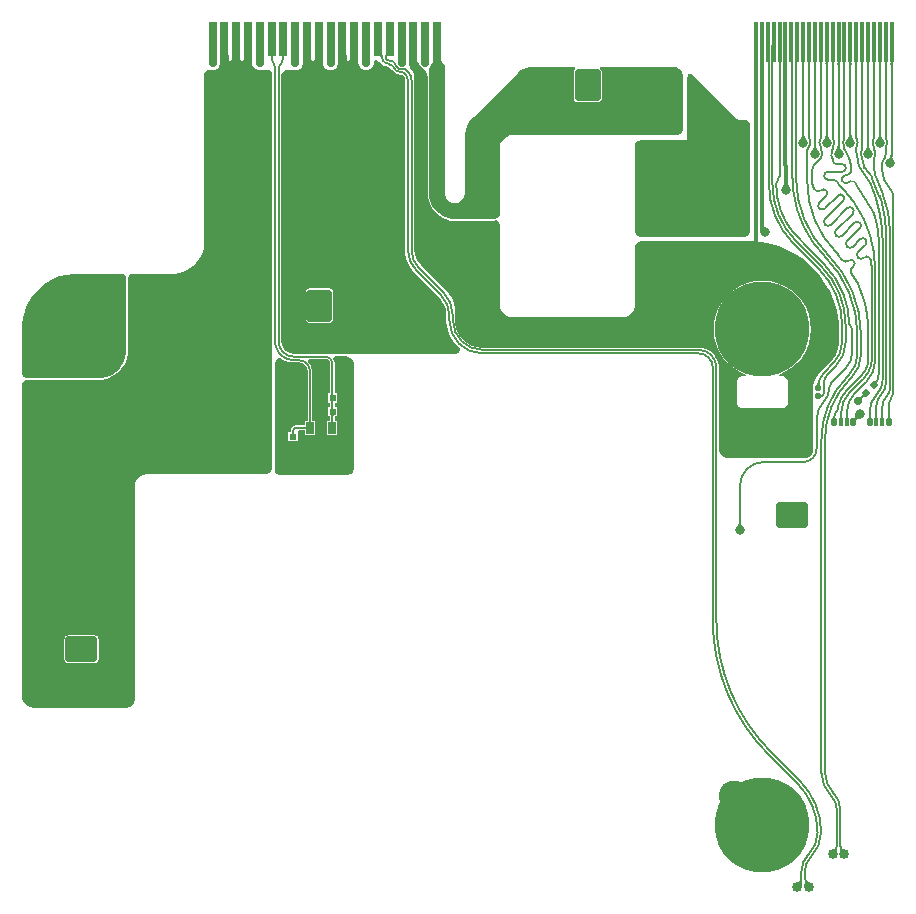
<source format=gtl>
G04*
G04 #@! TF.GenerationSoftware,Altium Limited,Altium Designer,21.0.8 (223)*
G04*
G04 Layer_Physical_Order=1*
G04 Layer_Color=255*
%FSLAX44Y44*%
%MOMM*%
G71*
G04*
G04 #@! TF.SameCoordinates,AAD5EB2A-8552-457D-BF93-D3A1E0B867CA*
G04*
G04*
G04 #@! TF.FilePolarity,Positive*
G04*
G01*
G75*
%ADD11C,0.2000*%
%ADD13R,0.3500X3.5000*%
G04:AMPARAMS|DCode=14|XSize=0.55mm|YSize=0.5mm|CornerRadius=0mm|HoleSize=0mm|Usage=FLASHONLY|Rotation=315.000|XOffset=0mm|YOffset=0mm|HoleType=Round|Shape=Rectangle|*
%AMROTATEDRECTD14*
4,1,4,-0.3712,0.0177,-0.0177,0.3712,0.3712,-0.0177,0.0177,-0.3712,-0.3712,0.0177,0.0*
%
%ADD14ROTATEDRECTD14*%

G04:AMPARAMS|DCode=15|XSize=0.5mm|YSize=0.5mm|CornerRadius=0.05mm|HoleSize=0mm|Usage=FLASHONLY|Rotation=0.000|XOffset=0mm|YOffset=0mm|HoleType=Round|Shape=RoundedRectangle|*
%AMROUNDEDRECTD15*
21,1,0.5000,0.4000,0,0,0.0*
21,1,0.4000,0.5000,0,0,0.0*
1,1,0.1000,0.2000,-0.2000*
1,1,0.1000,-0.2000,-0.2000*
1,1,0.1000,-0.2000,0.2000*
1,1,0.1000,0.2000,0.2000*
%
%ADD15ROUNDEDRECTD15*%
G04:AMPARAMS|DCode=16|XSize=0.475mm|YSize=0.7mm|CornerRadius=0.1188mm|HoleSize=0mm|Usage=FLASHONLY|Rotation=0.000|XOffset=0mm|YOffset=0mm|HoleType=Round|Shape=RoundedRectangle|*
%AMROUNDEDRECTD16*
21,1,0.4750,0.4625,0,0,0.0*
21,1,0.2375,0.7000,0,0,0.0*
1,1,0.2375,0.1188,-0.2313*
1,1,0.2375,-0.1188,-0.2313*
1,1,0.2375,-0.1188,0.2313*
1,1,0.2375,0.1188,0.2313*
%
%ADD16ROUNDEDRECTD16*%
G04:AMPARAMS|DCode=17|XSize=0.35mm|YSize=0.7mm|CornerRadius=0.0875mm|HoleSize=0mm|Usage=FLASHONLY|Rotation=0.000|XOffset=0mm|YOffset=0mm|HoleType=Round|Shape=RoundedRectangle|*
%AMROUNDEDRECTD17*
21,1,0.3500,0.5250,0,0,0.0*
21,1,0.1750,0.7000,0,0,0.0*
1,1,0.1750,0.0875,-0.2625*
1,1,0.1750,-0.0875,-0.2625*
1,1,0.1750,-0.0875,0.2625*
1,1,0.1750,0.0875,0.2625*
%
%ADD17ROUNDEDRECTD17*%
G04:AMPARAMS|DCode=18|XSize=2.15mm|YSize=2.7mm|CornerRadius=0.215mm|HoleSize=0mm|Usage=FLASHONLY|Rotation=90.000|XOffset=0mm|YOffset=0mm|HoleType=Round|Shape=RoundedRectangle|*
%AMROUNDEDRECTD18*
21,1,2.1500,2.2700,0,0,90.0*
21,1,1.7200,2.7000,0,0,90.0*
1,1,0.4300,1.1350,0.8600*
1,1,0.4300,1.1350,-0.8600*
1,1,0.4300,-1.1350,-0.8600*
1,1,0.4300,-1.1350,0.8600*
%
%ADD18ROUNDEDRECTD18*%
G04:AMPARAMS|DCode=19|XSize=2.15mm|YSize=2.7mm|CornerRadius=0.215mm|HoleSize=0mm|Usage=FLASHONLY|Rotation=0.000|XOffset=0mm|YOffset=0mm|HoleType=Round|Shape=RoundedRectangle|*
%AMROUNDEDRECTD19*
21,1,2.1500,2.2700,0,0,0.0*
21,1,1.7200,2.7000,0,0,0.0*
1,1,0.4300,0.8600,-1.1350*
1,1,0.4300,-0.8600,-1.1350*
1,1,0.4300,-0.8600,1.1350*
1,1,0.4300,0.8600,1.1350*
%
%ADD19ROUNDEDRECTD19*%
%ADD20R,0.7000X3.0000*%
%ADD21R,0.6500X1.0000*%
%ADD22R,0.6200X0.5800*%
%ADD23R,0.5800X0.6200*%
%ADD41C,0.1500*%
%ADD42C,0.2000*%
%ADD43C,0.3500*%
%ADD44C,0.7000*%
%ADD45C,0.8000*%
G04:AMPARAMS|DCode=46|XSize=0.65mm|YSize=0.65mm|CornerRadius=0.1625mm|HoleSize=0mm|Usage=FLASHONLY|Rotation=0.000|XOffset=0mm|YOffset=0mm|HoleType=Round|Shape=RoundedRectangle|*
%AMROUNDEDRECTD46*
21,1,0.6500,0.3250,0,0,0.0*
21,1,0.3250,0.6500,0,0,0.0*
1,1,0.3250,0.1625,-0.1625*
1,1,0.3250,-0.1625,-0.1625*
1,1,0.3250,-0.1625,0.1625*
1,1,0.3250,0.1625,0.1625*
%
%ADD46ROUNDEDRECTD46*%
%ADD47C,1.0000*%
%ADD48C,2.6000*%
%ADD49C,8.0000*%
%ADD50C,0.8500*%
%ADD51C,0.7000*%
G36*
X-404378Y650749D02*
X-404456Y650711D01*
X-404525Y650649D01*
X-404585Y650563D01*
X-404635Y650451D01*
X-404677Y650315D01*
X-404709Y650154D01*
X-404732Y649968D01*
X-404745Y649757D01*
X-404750Y649522D01*
X-406250D01*
X-406255Y649757D01*
X-406291Y650154D01*
X-406323Y650315D01*
X-406365Y650451D01*
X-406415Y650563D01*
X-406475Y650649D01*
X-406544Y650711D01*
X-406622Y650749D01*
X-406709Y650761D01*
X-404291D01*
X-404378Y650749D01*
D02*
G37*
G36*
X-322111Y655611D02*
X-322134Y655311D01*
X-322132Y654942D01*
X-322103Y654502D01*
X-321967Y653412D01*
X-321566Y651254D01*
X-321381Y650394D01*
X-322750Y649393D01*
X-322862Y649866D01*
X-323074Y650589D01*
X-323175Y650838D01*
X-323272Y651012D01*
X-323365Y651112D01*
X-323455Y651136D01*
X-323540Y651086D01*
X-323623Y650961D01*
X-323701Y650761D01*
X-322061Y655841D01*
X-322111Y655611D01*
D02*
G37*
G36*
X-414142Y650746D02*
X-414270Y650700D01*
X-414383Y650623D01*
X-414480Y650516D01*
X-414562Y650378D01*
X-414630Y650210D01*
X-414683Y650011D01*
X-414720Y649781D01*
X-414743Y649521D01*
X-414750Y649230D01*
X-416250D01*
X-416258Y649521D01*
X-416280Y649781D01*
X-416317Y650011D01*
X-416370Y650210D01*
X-416437Y650378D01*
X-416520Y650516D01*
X-416618Y650623D01*
X-416730Y650700D01*
X-416857Y650746D01*
X-417000Y650761D01*
X-414000D01*
X-414142Y650746D01*
D02*
G37*
G36*
X-317535Y650747D02*
X-317667Y650710D01*
X-317782Y650651D01*
X-317883Y650570D01*
X-317967Y650467D01*
X-318036Y650341D01*
X-318090Y650192D01*
X-318128Y650022D01*
X-318150Y649829D01*
X-318156Y649613D01*
X-318994Y649200D01*
X-318969Y650731D01*
X-317388Y650761D01*
X-317535Y650747D01*
D02*
G37*
G36*
X-442000Y651700D02*
Y648700D01*
X-441971Y648407D01*
X-441747Y647867D01*
X-441333Y647453D01*
X-440793Y647229D01*
X-440500Y647200D01*
X-440207Y647229D01*
X-439667Y647453D01*
X-439253Y647867D01*
X-439029Y648407D01*
X-439000Y648700D01*
Y651700D01*
X-432000Y651700D01*
Y645699D01*
X-431875Y644431D01*
X-430905Y642088D01*
X-429112Y640295D01*
X-426769Y639325D01*
X-425501Y639200D01*
X-425501Y639200D01*
X-417501Y639200D01*
X-417003Y639200D01*
X-416084Y638819D01*
X-415381Y638116D01*
X-415269Y637844D01*
X-415001Y636701D01*
Y636700D01*
X-415001Y636700D01*
X-415000Y636699D01*
X-415000Y597000D01*
X-415000Y302500D01*
X-415000Y301406D01*
X-415837Y299384D01*
X-417385Y297837D01*
X-419256Y297062D01*
X-420500Y297000D01*
X-421770Y297000D01*
X-521000Y297000D01*
X-522029Y296949D01*
X-524048Y296548D01*
X-525950Y295760D01*
X-527662Y294617D01*
X-529117Y293161D01*
X-530261Y291450D01*
X-531048Y289548D01*
X-531409Y287732D01*
X-531450Y287529D01*
X-531500Y286500D01*
X-531500D01*
X-531500Y286500D01*
X-531500Y107000D01*
X-531500Y106261D01*
X-531788Y104812D01*
X-532354Y103447D01*
X-533174Y102219D01*
X-534219Y101174D01*
X-535448Y100353D01*
X-536812Y99788D01*
X-537771Y99598D01*
X-539000Y99500D01*
Y99500D01*
X-616500Y99500D01*
X-617534Y99500D01*
X-619563Y99903D01*
X-621474Y100695D01*
X-623193Y101844D01*
X-624656Y103307D01*
X-625805Y105026D01*
X-626597Y106937D01*
X-627000Y108966D01*
X-627000Y110000D01*
X-627000Y110000D01*
X-627000Y372500D01*
X-627000Y373395D01*
X-626315Y375049D01*
X-625049Y376315D01*
X-623396Y377000D01*
X-622500Y377000D01*
X-622500Y377000D01*
X-562400Y377000D01*
X-559911Y377122D01*
X-555027Y378094D01*
X-550427Y379999D01*
X-546287Y382765D01*
X-542766Y386286D01*
X-540000Y390426D01*
X-538094Y395026D01*
X-537123Y399910D01*
X-537000Y402399D01*
X-537000Y402400D01*
X-537000Y462500D01*
X-537000Y463395D01*
X-536315Y465049D01*
X-535050Y466315D01*
X-533396Y467000D01*
X-532501Y467000D01*
X-532501Y467000D01*
X-499500Y467000D01*
X-497734Y467058D01*
X-494233Y467519D01*
X-490821Y468433D01*
X-487558Y469784D01*
X-484500Y471550D01*
X-481698Y473700D01*
X-479201Y476198D01*
X-477051Y478999D01*
X-475285Y482058D01*
X-473933Y485321D01*
X-473019Y488732D01*
X-472558Y492234D01*
X-472500Y494000D01*
X-472500Y494000D01*
X-472500Y597000D01*
Y636700D01*
X-472500Y637197D01*
X-472120Y638116D01*
X-471416Y638819D01*
X-470498Y639200D01*
X-470000Y639200D01*
X-470000Y639200D01*
X-465500Y639200D01*
X-464232Y639325D01*
X-461889Y640295D01*
X-460096Y642088D01*
X-459125Y644432D01*
X-459000Y645699D01*
X-459000Y645700D01*
X-459000Y651700D01*
X-452000D01*
Y648699D01*
X-451971Y648407D01*
X-451748Y647866D01*
X-451334Y647453D01*
X-450794Y647229D01*
X-450501Y647200D01*
X-450208Y647229D01*
X-449668Y647452D01*
X-449254Y647866D01*
X-449030Y648407D01*
X-449001Y648699D01*
X-449001Y648699D01*
X-449000Y651700D01*
X-442000Y651700D01*
D02*
G37*
G36*
X-342000Y645699D02*
X-341875Y644431D01*
X-340905Y642088D01*
X-339112Y640295D01*
X-336769Y639325D01*
X-335501Y639200D01*
X-335300D01*
X-334071Y639321D01*
X-331800Y640261D01*
X-330062Y641999D01*
X-329122Y644270D01*
X-329001Y645499D01*
X-329000Y645500D01*
X-329000Y646001D01*
X-328528Y646884D01*
X-327695Y647440D01*
X-326699Y647539D01*
X-326236Y647347D01*
X-326235Y647347D01*
X-323867Y646367D01*
X-322000Y644500D01*
X-321413Y643961D01*
X-320110Y643046D01*
X-318669Y642367D01*
X-317133Y641946D01*
X-316344Y641837D01*
X-316344D01*
X-313806Y639813D01*
X-313088Y638999D01*
X-312874Y638867D01*
X-312639Y638561D01*
X-310548Y636956D01*
X-310063Y636756D01*
X-309391Y636306D01*
X-308154Y635794D01*
X-306841Y635533D01*
X-306172Y635500D01*
X-305304D01*
X-304069Y634989D01*
X-304038Y634958D01*
X-303143Y634057D01*
X-302934Y633744D01*
X-302500Y632696D01*
Y632000D01*
X-302500Y486793D01*
X-302380Y484253D01*
X-301423Y479263D01*
X-299544Y474542D01*
X-296810Y470260D01*
X-295152Y468332D01*
X-272454Y444337D01*
X-271272Y443087D01*
X-269420Y440187D01*
X-268148Y436991D01*
X-267500Y433612D01*
X-267500Y431892D01*
X-267500D01*
X-267500Y426021D01*
X-267378Y423531D01*
X-266406Y418648D01*
X-264501Y414047D01*
X-261735Y409907D01*
X-260061Y408060D01*
X-260061Y408060D01*
X-256707Y404707D01*
X-256000Y403000D01*
Y402204D01*
X-256609Y400734D01*
X-257734Y399609D01*
X-259204Y399000D01*
X-260000D01*
X-395800Y399000D01*
X-396953Y399000D01*
X-399213Y399450D01*
X-401342Y400331D01*
X-403259Y401612D01*
X-404888Y403241D01*
X-406169Y405158D01*
X-407051Y407287D01*
X-407500Y409547D01*
X-407500Y410700D01*
Y470500D01*
X-407500Y470700D01*
Y636200D01*
X-404500Y639200D01*
X-395500D01*
X-394232Y639325D01*
X-391889Y640295D01*
X-390096Y642088D01*
X-389125Y644432D01*
X-389000Y645700D01*
X-389000Y645700D01*
X-389000Y651700D01*
X-382000D01*
Y648700D01*
X-381971Y648407D01*
X-381747Y647867D01*
X-381334Y647453D01*
X-381333Y647453D01*
X-380793Y647229D01*
X-380500Y647200D01*
X-380208Y647229D01*
X-379668Y647452D01*
X-379667Y647453D01*
X-379254Y647866D01*
X-379030Y648407D01*
X-379001Y648699D01*
X-379000Y648700D01*
X-379000Y651700D01*
X-372000D01*
Y645700D01*
X-371875Y644432D01*
X-370905Y642089D01*
X-369112Y640295D01*
X-366769Y639325D01*
X-365501Y639200D01*
X-365500D01*
X-364232Y639325D01*
X-361889Y640295D01*
X-360096Y642088D01*
X-359126Y644431D01*
X-359001Y645699D01*
X-359000Y645700D01*
X-359000Y651700D01*
X-352000D01*
Y648700D01*
X-351971Y648407D01*
X-351747Y647867D01*
X-351333Y647453D01*
X-350793Y647229D01*
X-350500Y647200D01*
X-350207Y647229D01*
X-349667Y647453D01*
X-349253Y647867D01*
X-349029Y648407D01*
X-349000Y648700D01*
X-349000Y648700D01*
X-349000Y651700D01*
X-342000D01*
Y645699D01*
D02*
G37*
G36*
X105857Y645715D02*
X105730Y645670D01*
X105618Y645595D01*
X105520Y645490D01*
X105437Y645356D01*
X105370Y645191D01*
X105317Y644995D01*
X105280Y644771D01*
X105258Y644516D01*
X105250Y644230D01*
X103750D01*
X103743Y644516D01*
X103720Y644771D01*
X103682Y644995D01*
X103630Y645191D01*
X103562Y645356D01*
X103480Y645490D01*
X103383Y645595D01*
X103270Y645670D01*
X103142Y645715D01*
X103000Y645731D01*
X106000D01*
X105857Y645715D01*
D02*
G37*
G36*
X95857D02*
X95730Y645670D01*
X95618Y645595D01*
X95520Y645490D01*
X95437Y645356D01*
X95370Y645191D01*
X95317Y644995D01*
X95280Y644771D01*
X95258Y644516D01*
X95250Y644230D01*
X93750D01*
X93743Y644516D01*
X93720Y644771D01*
X93682Y644995D01*
X93630Y645191D01*
X93562Y645356D01*
X93480Y645490D01*
X93383Y645595D01*
X93270Y645670D01*
X93142Y645715D01*
X93000Y645731D01*
X96000D01*
X95857Y645715D01*
D02*
G37*
G36*
X85857D02*
X85730Y645670D01*
X85618Y645595D01*
X85520Y645490D01*
X85437Y645356D01*
X85370Y645191D01*
X85317Y644995D01*
X85280Y644771D01*
X85258Y644516D01*
X85250Y644230D01*
X83750D01*
X83743Y644516D01*
X83720Y644771D01*
X83682Y644995D01*
X83630Y645191D01*
X83562Y645356D01*
X83480Y645490D01*
X83383Y645595D01*
X83270Y645670D01*
X83142Y645715D01*
X83000Y645731D01*
X86000D01*
X85857Y645715D01*
D02*
G37*
G36*
X80857D02*
X80730Y645670D01*
X80617Y645595D01*
X80520Y645490D01*
X80437Y645356D01*
X80370Y645191D01*
X80317Y644995D01*
X80280Y644771D01*
X80257Y644516D01*
X80250Y644230D01*
X78750D01*
X78742Y644516D01*
X78720Y644771D01*
X78682Y644995D01*
X78630Y645191D01*
X78562Y645356D01*
X78480Y645490D01*
X78382Y645595D01*
X78270Y645670D01*
X78142Y645715D01*
X78000Y645731D01*
X81000D01*
X80857Y645715D01*
D02*
G37*
G36*
X70858D02*
X70730Y645670D01*
X70617Y645595D01*
X70520Y645490D01*
X70437Y645356D01*
X70370Y645191D01*
X70318Y644995D01*
X70280Y644771D01*
X70258Y644516D01*
X70250Y644230D01*
X68750D01*
X68742Y644516D01*
X68720Y644771D01*
X68682Y644995D01*
X68630Y645191D01*
X68562Y645356D01*
X68480Y645490D01*
X68383Y645595D01*
X68270Y645670D01*
X68142Y645715D01*
X68000Y645731D01*
X71000D01*
X70858Y645715D01*
D02*
G37*
G36*
X60858D02*
X60730Y645670D01*
X60617Y645595D01*
X60520Y645490D01*
X60437Y645356D01*
X60370Y645191D01*
X60318Y644995D01*
X60280Y644771D01*
X60258Y644516D01*
X60250Y644230D01*
X58750D01*
X58742Y644516D01*
X58720Y644771D01*
X58682Y644995D01*
X58630Y645191D01*
X58562Y645356D01*
X58480Y645490D01*
X58383Y645595D01*
X58270Y645670D01*
X58142Y645715D01*
X58000Y645731D01*
X61000D01*
X60858Y645715D01*
D02*
G37*
G36*
X50858D02*
X50730Y645670D01*
X50617Y645595D01*
X50520Y645490D01*
X50437Y645356D01*
X50370Y645191D01*
X50318Y644995D01*
X50280Y644771D01*
X50258Y644516D01*
X50250Y644230D01*
X48750D01*
X48742Y644516D01*
X48720Y644771D01*
X48682Y644995D01*
X48630Y645191D01*
X48562Y645356D01*
X48480Y645490D01*
X48383Y645595D01*
X48270Y645670D01*
X48142Y645715D01*
X48000Y645731D01*
X51000D01*
X50858Y645715D01*
D02*
G37*
G36*
X40857D02*
X40730Y645670D01*
X40617Y645595D01*
X40520Y645490D01*
X40437Y645356D01*
X40370Y645191D01*
X40317Y644995D01*
X40280Y644771D01*
X40258Y644516D01*
X40250Y644230D01*
X38750D01*
X38742Y644516D01*
X38720Y644771D01*
X38682Y644995D01*
X38630Y645191D01*
X38562Y645356D01*
X38480Y645490D01*
X38382Y645595D01*
X38270Y645670D01*
X38142Y645715D01*
X38000Y645731D01*
X41000D01*
X40857Y645715D01*
D02*
G37*
G36*
X29857D02*
X29730Y645670D01*
X29618Y645595D01*
X29520Y645490D01*
X29437Y645356D01*
X29370Y645191D01*
X29318Y644995D01*
X29280Y644771D01*
X29258Y644516D01*
X29250Y644230D01*
X27750D01*
X27780Y645731D01*
X30000D01*
X29857Y645715D01*
D02*
G37*
G36*
X26225D02*
X26230Y645670D01*
X26235Y645595D01*
X26250Y644230D01*
X24750D01*
X24743Y644516D01*
X24720Y644771D01*
X24683Y644995D01*
X24630Y645191D01*
X24562Y645356D01*
X24480Y645490D01*
X24383Y645595D01*
X24270Y645670D01*
X24142Y645715D01*
X24000Y645731D01*
X26219D01*
X26225Y645715D01*
D02*
G37*
G36*
X15857D02*
X15730Y645670D01*
X15618Y645595D01*
X15520Y645490D01*
X15438Y645356D01*
X15370Y645191D01*
X15317Y644995D01*
X15280Y644771D01*
X15258Y644516D01*
X15250Y644230D01*
X13750D01*
X13743Y644516D01*
X13720Y644771D01*
X13683Y644995D01*
X13630Y645191D01*
X13563Y645356D01*
X13480Y645490D01*
X13383Y645595D01*
X13270Y645670D01*
X13142Y645715D01*
X13000Y645731D01*
X16000D01*
X15857Y645715D01*
D02*
G37*
G36*
X9858D02*
X9730Y645670D01*
X9617Y645595D01*
X9520Y645490D01*
X9437Y645356D01*
X9370Y645191D01*
X9317Y644995D01*
X9280Y644771D01*
X9258Y644516D01*
X9250Y644230D01*
X7750D01*
X7781Y645731D01*
X10000D01*
X9858Y645715D01*
D02*
G37*
G36*
X6225D02*
X6230Y645670D01*
X6235Y645595D01*
X6250Y644230D01*
X4750D01*
X4742Y644516D01*
X4720Y644771D01*
X4683Y644995D01*
X4630Y645191D01*
X4563Y645356D01*
X4480Y645490D01*
X4383Y645595D01*
X4270Y645670D01*
X4142Y645715D01*
X4000Y645731D01*
X6219D01*
X6225Y645715D01*
D02*
G37*
G36*
X111049Y645711D02*
X110897Y645650D01*
X110763Y645551D01*
X110646Y645411D01*
X110548Y645230D01*
X110467Y645011D01*
X110405Y644751D01*
X110360Y644451D01*
X110333Y644110D01*
X110324Y643730D01*
X108324D01*
X108319Y644110D01*
X108275Y644751D01*
X108237Y645011D01*
X108188Y645230D01*
X108128Y645411D01*
X108058Y645551D01*
X107976Y645650D01*
X107884Y645711D01*
X107781Y645731D01*
X111220D01*
X111049Y645711D01*
D02*
G37*
G36*
X101083D02*
X100960Y645650D01*
X100852Y645551D01*
X100759Y645411D01*
X100680Y645230D01*
X100615Y645011D01*
X100565Y644751D01*
X100529Y644451D01*
X100507Y644110D01*
X100500Y643730D01*
X98500D01*
X98493Y644110D01*
X98435Y644751D01*
X98385Y645011D01*
X98320Y645230D01*
X98241Y645411D01*
X98147Y645551D01*
X98040Y645650D01*
X97917Y645711D01*
X97780Y645731D01*
X101220D01*
X101083Y645711D01*
D02*
G37*
G36*
X91083D02*
X90960Y645650D01*
X90852Y645551D01*
X90759Y645411D01*
X90680Y645230D01*
X90615Y645011D01*
X90565Y644751D01*
X90529Y644451D01*
X90507Y644110D01*
X90500Y643730D01*
X88500D01*
X88493Y644110D01*
X88435Y644751D01*
X88385Y645011D01*
X88320Y645230D01*
X88241Y645411D01*
X88147Y645551D01*
X88040Y645650D01*
X87917Y645711D01*
X87780Y645731D01*
X91220D01*
X91083Y645711D01*
D02*
G37*
G36*
X76083D02*
X75960Y645650D01*
X75852Y645551D01*
X75759Y645411D01*
X75680Y645230D01*
X75615Y645011D01*
X75565Y644751D01*
X75529Y644451D01*
X75507Y644110D01*
X75500Y643730D01*
X73500D01*
X73493Y644110D01*
X73435Y644751D01*
X73385Y645011D01*
X73320Y645230D01*
X73241Y645411D01*
X73147Y645551D01*
X73039Y645650D01*
X72917Y645711D01*
X72780Y645731D01*
X76220D01*
X76083Y645711D01*
D02*
G37*
G36*
X66083D02*
X65960Y645650D01*
X65852Y645551D01*
X65759Y645411D01*
X65680Y645230D01*
X65615Y645011D01*
X65565Y644751D01*
X65529Y644451D01*
X65507Y644110D01*
X65500Y643730D01*
X63500D01*
X63493Y644110D01*
X63435Y644751D01*
X63385Y645011D01*
X63320Y645230D01*
X63241Y645411D01*
X63147Y645551D01*
X63039Y645650D01*
X62917Y645711D01*
X62780Y645731D01*
X66220D01*
X66083Y645711D01*
D02*
G37*
G36*
X56083D02*
X55960Y645650D01*
X55852Y645551D01*
X55759Y645411D01*
X55680Y645230D01*
X55615Y645011D01*
X55565Y644751D01*
X55529Y644451D01*
X55507Y644110D01*
X55500Y643730D01*
X53500D01*
X53493Y644110D01*
X53435Y644751D01*
X53385Y645011D01*
X53320Y645230D01*
X53241Y645411D01*
X53147Y645551D01*
X53039Y645650D01*
X52917Y645711D01*
X52780Y645731D01*
X56220D01*
X56083Y645711D01*
D02*
G37*
G36*
X46083D02*
X45960Y645650D01*
X45852Y645551D01*
X45759Y645411D01*
X45680Y645230D01*
X45615Y645011D01*
X45565Y644751D01*
X45529Y644451D01*
X45507Y644110D01*
X45500Y643730D01*
X43500D01*
X43493Y644110D01*
X43435Y644751D01*
X43385Y645011D01*
X43320Y645230D01*
X43241Y645411D01*
X43147Y645551D01*
X43039Y645650D01*
X42917Y645711D01*
X42780Y645731D01*
X46220D01*
X46083Y645711D01*
D02*
G37*
G36*
X36083D02*
X35960Y645650D01*
X35852Y645551D01*
X35759Y645411D01*
X35680Y645230D01*
X35615Y645011D01*
X35565Y644751D01*
X35529Y644451D01*
X35507Y644110D01*
X35500Y643730D01*
X33500D01*
X33493Y644110D01*
X33435Y644751D01*
X33385Y645011D01*
X33320Y645230D01*
X33241Y645411D01*
X33147Y645551D01*
X33040Y645650D01*
X32917Y645711D01*
X32780Y645731D01*
X36219D01*
X36083Y645711D01*
D02*
G37*
G36*
X-272000Y648700D02*
X-270939Y646139D01*
X-270500Y645700D01*
X-270500Y645700D01*
X-270025Y645225D01*
X-269277Y644107D01*
X-268763Y642865D01*
X-268500Y641546D01*
Y640873D01*
X-268500Y640872D01*
X-268500Y612734D01*
X-268500D01*
X-268500Y534700D01*
X-268461Y533916D01*
X-268156Y532378D01*
X-267555Y530929D01*
X-266684Y529625D01*
X-265575Y528516D01*
X-264271Y527645D01*
X-262822Y527044D01*
X-261284Y526739D01*
X-260500Y526700D01*
X-259667Y526741D01*
X-258033Y527066D01*
X-256493Y527704D01*
X-255108Y528629D01*
X-253930Y529808D01*
X-253004Y531193D01*
X-252366Y532732D01*
X-252041Y534367D01*
X-252000Y535200D01*
X-252000Y580283D01*
X-252000Y581479D01*
X-252000Y581479D01*
X-252000Y581479D01*
X-252000Y581479D01*
X-252000Y583981D01*
X-251024Y588888D01*
X-249109Y593510D01*
X-246330Y597670D01*
X-244561Y599439D01*
X-207000Y637000D01*
X-207000Y637000D01*
Y637000D01*
X-205811Y638189D01*
X-203015Y640057D01*
X-199908Y641344D01*
X-196610Y642000D01*
X-194929Y642000D01*
X-158853Y642000D01*
X-158682Y641775D01*
X-158871Y640121D01*
X-159567Y639079D01*
X-159812Y637850D01*
Y615150D01*
X-159567Y613921D01*
X-158871Y612879D01*
X-157829Y612183D01*
X-156600Y611938D01*
X-155133D01*
X-155000Y611912D01*
X-154867Y611938D01*
X-141133D01*
X-141000Y611912D01*
X-140867Y611938D01*
X-139400D01*
X-138171Y612183D01*
X-137129Y612879D01*
X-136433Y613921D01*
X-136188Y615150D01*
Y637850D01*
X-136433Y639079D01*
X-137129Y640121D01*
X-137318Y641775D01*
X-137148Y642000D01*
X-76500Y642000D01*
X-75000D01*
Y642000D01*
X-74261Y642000D01*
X-72812Y641712D01*
X-71447Y641146D01*
X-70219Y640326D01*
X-69174Y639281D01*
X-68354Y638053D01*
X-67788Y636688D01*
X-67500Y635239D01*
X-67500Y634500D01*
X-67500Y590000D01*
X-67500D01*
Y588906D01*
X-68337Y586884D01*
X-69885Y585337D01*
X-71906Y584500D01*
X-73000Y584500D01*
X-210500Y584500D01*
Y584500D01*
X-211676Y584442D01*
X-213983Y583983D01*
X-216157Y583083D01*
X-218113Y581776D01*
X-219776Y580113D01*
X-221083Y578157D01*
X-221983Y575983D01*
X-222442Y573676D01*
X-222500Y572500D01*
X-222500Y518000D01*
X-222500D01*
Y517005D01*
X-223261Y515168D01*
X-224668Y513761D01*
X-226506Y513000D01*
X-260000Y513000D01*
X-262167Y513000D01*
X-266417Y513845D01*
X-270421Y515504D01*
X-274024Y517911D01*
X-277089Y520976D01*
X-279496Y524579D01*
X-281155Y528583D01*
X-282000Y532833D01*
X-282000Y535000D01*
X-282000Y612734D01*
X-282000Y640993D01*
X-281522Y642146D01*
X-281000Y643200D01*
X-281000D01*
X-281000Y643200D01*
X-280550Y643696D01*
X-280243Y644156D01*
X-279806Y644809D01*
X-279294Y646046D01*
X-279033Y647358D01*
X-279000Y648028D01*
X-279000Y652200D01*
X-272000D01*
Y648700D01*
D02*
G37*
G36*
X100518Y583941D02*
X100572Y583608D01*
X100662Y583272D01*
X100788Y582933D01*
X100950Y582593D01*
X101148Y582250D01*
X101382Y581905D01*
X101652Y581558D01*
X101958Y581208D01*
X102300Y580857D01*
X96700D01*
X97042Y581208D01*
X97618Y581905D01*
X97852Y582250D01*
X98050Y582593D01*
X98212Y582933D01*
X98338Y583272D01*
X98428Y583608D01*
X98482Y583941D01*
X98500Y584273D01*
X100500D01*
X100518Y583941D01*
D02*
G37*
G36*
X75518D02*
X75572Y583608D01*
X75662Y583272D01*
X75788Y582933D01*
X75950Y582593D01*
X76148Y582250D01*
X76382Y581905D01*
X76652Y581558D01*
X76958Y581208D01*
X77300Y580857D01*
X71700D01*
X72042Y581208D01*
X72618Y581905D01*
X72852Y582250D01*
X73050Y582593D01*
X73212Y582933D01*
X73338Y583272D01*
X73428Y583608D01*
X73482Y583941D01*
X73500Y584273D01*
X75500D01*
X75518Y583941D01*
D02*
G37*
G36*
X55518D02*
X55572Y583608D01*
X55662Y583272D01*
X55788Y582933D01*
X55950Y582593D01*
X56148Y582250D01*
X56382Y581905D01*
X56652Y581558D01*
X56958Y581208D01*
X57300Y580857D01*
X51700D01*
X52042Y581208D01*
X52618Y581905D01*
X52852Y582250D01*
X53050Y582593D01*
X53212Y582933D01*
X53338Y583272D01*
X53428Y583608D01*
X53482Y583941D01*
X53500Y584273D01*
X55500D01*
X55518Y583941D01*
D02*
G37*
G36*
X35518D02*
X35572Y583608D01*
X35662Y583272D01*
X35788Y582933D01*
X35950Y582593D01*
X36148Y582250D01*
X36382Y581905D01*
X36652Y581558D01*
X36958Y581208D01*
X37300Y580857D01*
X31700D01*
X32042Y581208D01*
X32618Y581905D01*
X32852Y582250D01*
X33050Y582593D01*
X33212Y582933D01*
X33338Y583272D01*
X33428Y583608D01*
X33482Y583941D01*
X33500Y584273D01*
X35500D01*
X35518Y583941D01*
D02*
G37*
G36*
X-59563Y635962D02*
X-58990Y635389D01*
X-23879Y600279D01*
X-23879Y600278D01*
X-23053Y599529D01*
X-22994Y599491D01*
X-21200Y598292D01*
X-19142Y597439D01*
X-16957Y597005D01*
X-16231Y596969D01*
X-15843Y596950D01*
X-15059Y596950D01*
X-15050Y596950D01*
X-15050Y596950D01*
X-15050Y596950D01*
X-15049D01*
X-13882Y596836D01*
X-12501Y596265D01*
X-11235Y594999D01*
X-10550Y593345D01*
X-10550Y592450D01*
X-10550Y503450D01*
X-10550Y503450D01*
Y502356D01*
X-11388Y500334D01*
X-12935Y498787D01*
X-14956Y497950D01*
X-16050D01*
X-102050Y497950D01*
X-103144Y497950D01*
X-105166Y498787D01*
X-106713Y500334D01*
X-107550Y502356D01*
X-107550Y503450D01*
X-107550Y574950D01*
X-107550Y574950D01*
X-107488Y576194D01*
X-106713Y578065D01*
X-105166Y579613D01*
X-103144Y580450D01*
X-102050Y580450D01*
X-63550Y580450D01*
X-63550Y633500D01*
X-63310Y634671D01*
X-62650Y635658D01*
X-61152Y636279D01*
X-59563Y635962D01*
D02*
G37*
G36*
X65518Y574441D02*
X65572Y574108D01*
X65662Y573772D01*
X65788Y573433D01*
X65950Y573093D01*
X66148Y572750D01*
X66382Y572405D01*
X66652Y572058D01*
X66958Y571708D01*
X67300Y571357D01*
X61700D01*
X62042Y571708D01*
X62618Y572405D01*
X62852Y572750D01*
X63050Y573093D01*
X63212Y573433D01*
X63338Y573772D01*
X63428Y574108D01*
X63482Y574441D01*
X63500Y574773D01*
X65500D01*
X65518Y574441D01*
D02*
G37*
G36*
X45518D02*
X45572Y574108D01*
X45662Y573772D01*
X45788Y573433D01*
X45950Y573093D01*
X46148Y572750D01*
X46382Y572405D01*
X46652Y572058D01*
X46958Y571708D01*
X47300Y571357D01*
X41700D01*
X42042Y571708D01*
X42618Y572405D01*
X42852Y572750D01*
X43050Y573093D01*
X43212Y573433D01*
X43338Y573772D01*
X43428Y574108D01*
X43482Y574441D01*
X43500Y574773D01*
X45500D01*
X45518Y574441D01*
D02*
G37*
G36*
X90518D02*
X90572Y574108D01*
X90662Y573772D01*
X90788Y573433D01*
X90950Y573093D01*
X91148Y572750D01*
X91382Y572405D01*
X91652Y572058D01*
X91958Y571708D01*
X92300Y571357D01*
X86700Y571357D01*
X87042Y571708D01*
X87618Y572405D01*
X87852Y572750D01*
X88050Y573093D01*
X88212Y573433D01*
X88338Y573772D01*
X88428Y574108D01*
X88482Y574441D01*
X88500Y574773D01*
X90500Y574773D01*
X90518Y574441D01*
D02*
G37*
G36*
X110236Y566136D02*
X110167Y565799D01*
X110129Y565472D01*
X110122Y565156D01*
X110145Y564849D01*
X110200Y564552D01*
X110285Y564265D01*
X110402Y563988D01*
X110549Y563722D01*
X110726Y563465D01*
X110935Y563218D01*
X106334Y564137D01*
X106628Y564287D01*
X106899Y564459D01*
X107149Y564652D01*
X107378Y564867D01*
X107584Y565104D01*
X107769Y565363D01*
X107933Y565643D01*
X108075Y565945D01*
X108195Y566269D01*
X108294Y566614D01*
X110236Y566136D01*
D02*
G37*
G36*
X21760Y543586D02*
X21792Y543196D01*
X21844Y542828D01*
X21918Y542481D01*
X22013Y542156D01*
X22128Y541853D01*
X22264Y541572D01*
X22422Y541311D01*
X22601Y541073D01*
X22800Y540857D01*
X17200D01*
X17399Y541073D01*
X17578Y541311D01*
X17736Y541572D01*
X17872Y541853D01*
X17988Y542156D01*
X18082Y542481D01*
X18155Y542828D01*
X18208Y543196D01*
X18240Y543586D01*
X18250Y543997D01*
X21750D01*
X21760Y543586D01*
D02*
G37*
G36*
X1369Y506838D02*
X1432Y506700D01*
X1523Y506570D01*
X1639Y506449D01*
X1783Y506336D01*
X1953Y506232D01*
X2149Y506136D01*
X2372Y506048D01*
X2622Y505969D01*
X2898Y505898D01*
X-1879Y502976D01*
X-1821Y503225D01*
X-1737Y503692D01*
X-1712Y503911D01*
X-1696Y504318D01*
X-1704Y504506D01*
X-1723Y504685D01*
X-1754Y504853D01*
X-1795Y505011D01*
X1332Y506984D01*
X1369Y506838D01*
D02*
G37*
G36*
X-543000Y467000D02*
X-542105Y467000D01*
X-540451Y466315D01*
X-539185Y465049D01*
X-538500Y463395D01*
X-538500Y462500D01*
X-538500D01*
X-538500Y462500D01*
X-538500Y402200D01*
X-538500Y399885D01*
X-539403Y395345D01*
X-541174Y391068D01*
X-543746Y387219D01*
X-547020Y383946D01*
X-550868Y381374D01*
X-555145Y379603D01*
X-559686Y378700D01*
X-562000Y378700D01*
X-562000Y378700D01*
X-562000Y378700D01*
X-622700Y378700D01*
X-623555Y378700D01*
X-625136Y379354D01*
X-626345Y380564D01*
X-627000Y382144D01*
X-627000Y382999D01*
X-627000Y420000D01*
X-627000Y423080D01*
X-626196Y429189D01*
X-624601Y435140D01*
X-622244Y440832D01*
X-619163Y446168D01*
X-615412Y451056D01*
X-611056Y455412D01*
X-606168Y459163D01*
X-600832Y462243D01*
X-595140Y464601D01*
X-589189Y466196D01*
X-583081Y467000D01*
X-580000Y467000D01*
X-580000Y467000D01*
X-543000Y467000D01*
D02*
G37*
G36*
X97365Y375065D02*
X97217Y374812D01*
X97096Y374574D01*
X97002Y374351D01*
X96934Y374144D01*
X96894Y373952D01*
X96880Y373776D01*
X96892Y373615D01*
X96932Y373470D01*
X96999Y373340D01*
X97092Y373226D01*
X94913Y375405D01*
X95023Y375315D01*
X95139Y375262D01*
X95260Y375246D01*
X95387Y375267D01*
X95518Y375324D01*
X95655Y375418D01*
X95797Y375549D01*
X95944Y375717D01*
X96096Y375922D01*
X96254Y376163D01*
X97365Y375065D01*
D02*
G37*
G36*
X48183Y373985D02*
X48141Y373698D01*
X48120Y373442D01*
X48120Y373216D01*
X48140Y373020D01*
X48180Y372854D01*
X48240Y372719D01*
X48321Y372613D01*
X48422Y372538D01*
X48543Y372493D01*
X48685Y372478D01*
X45642D01*
X45787Y372493D01*
X45923Y372538D01*
X46048Y372614D01*
X46164Y372719D01*
X46269Y372855D01*
X46365Y373021D01*
X46451Y373218D01*
X46528Y373444D01*
X46594Y373701D01*
X46650Y373988D01*
X48183Y373985D01*
D02*
G37*
G36*
X-363242Y365979D02*
X-363220Y365718D01*
X-363182Y365489D01*
X-363130Y365290D01*
X-363063Y365122D01*
X-362980Y364984D01*
X-362882Y364877D01*
X-362770Y364800D01*
X-362643Y364754D01*
X-362500Y364739D01*
X-365500D01*
X-365358Y364754D01*
X-365230Y364800D01*
X-365117Y364877D01*
X-365020Y364984D01*
X-364938Y365122D01*
X-364870Y365290D01*
X-364818Y365489D01*
X-364780Y365718D01*
X-364757Y365979D01*
X-364750Y366269D01*
X-363250D01*
X-363242Y365979D01*
D02*
G37*
G36*
X87031Y362910D02*
X86920Y363000D01*
X86798Y363058D01*
X86665Y363085D01*
X86522Y363079D01*
X86368Y363042D01*
X86204Y362973D01*
X86029Y362873D01*
X85843Y362740D01*
X85647Y362576D01*
X85440Y362379D01*
X84379Y363440D01*
X84576Y363647D01*
X84740Y363843D01*
X84873Y364029D01*
X84973Y364204D01*
X85042Y364368D01*
X85079Y364522D01*
X85085Y364665D01*
X85058Y364798D01*
X85000Y364920D01*
X84910Y365031D01*
X87031Y362910D01*
D02*
G37*
G36*
X85218Y362157D02*
X84938Y361867D01*
X84502Y361346D01*
X84344Y361114D01*
X84227Y360901D01*
X84151Y360708D01*
X84115Y360535D01*
X84120Y360380D01*
X84165Y360245D01*
X84251Y360130D01*
X82129Y362251D01*
X82245Y362165D01*
X82380Y362120D01*
X82535Y362115D01*
X82708Y362151D01*
X82901Y362227D01*
X83114Y362344D01*
X83346Y362502D01*
X83597Y362700D01*
X83867Y362938D01*
X84157Y363218D01*
X85218Y362157D01*
D02*
G37*
G36*
X49491Y364437D02*
X49532Y364346D01*
X49599Y364275D01*
X49694Y364225D01*
X49815Y364196D01*
X49964Y364188D01*
X50139Y364200D01*
X50342Y364233D01*
X50572Y364286D01*
X50828Y364361D01*
X50955Y362594D01*
X50674Y362499D01*
X50201Y362297D01*
X50009Y362189D01*
X49847Y362077D01*
X49714Y361961D01*
X49611Y361840D01*
X49537Y361715D01*
X49493Y361586D01*
X49478Y361452D01*
Y364548D01*
X49491Y364437D01*
D02*
G37*
G36*
X-362643Y358646D02*
X-362770Y358600D01*
X-362882Y358523D01*
X-362980Y358416D01*
X-363063Y358278D01*
X-363130Y358110D01*
X-363182Y357911D01*
X-363220Y357681D01*
X-363242Y357421D01*
X-363250Y357131D01*
X-364750D01*
X-364757Y357421D01*
X-364780Y357681D01*
X-364818Y357911D01*
X-364870Y358110D01*
X-364938Y358278D01*
X-365020Y358416D01*
X-365117Y358523D01*
X-365230Y358600D01*
X-365358Y358646D01*
X-365500Y358661D01*
X-362500D01*
X-362643Y358646D01*
D02*
G37*
G36*
X-363242Y354479D02*
X-363220Y354218D01*
X-363182Y353989D01*
X-363130Y353790D01*
X-363063Y353622D01*
X-362980Y353484D01*
X-362882Y353377D01*
X-362770Y353300D01*
X-362643Y353254D01*
X-362500Y353239D01*
X-365500D01*
X-365358Y353254D01*
X-365230Y353300D01*
X-365117Y353377D01*
X-365020Y353484D01*
X-364938Y353622D01*
X-364870Y353790D01*
X-364818Y353989D01*
X-364780Y354218D01*
X-364757Y354479D01*
X-364750Y354770D01*
X-363250D01*
X-363242Y354479D01*
D02*
G37*
G36*
X-362643Y347146D02*
X-362770Y347100D01*
X-362882Y347023D01*
X-362980Y346916D01*
X-363063Y346778D01*
X-363130Y346610D01*
X-363182Y346411D01*
X-363220Y346181D01*
X-363242Y345921D01*
X-363250Y345630D01*
X-364750D01*
X-364757Y345921D01*
X-364780Y346181D01*
X-364818Y346411D01*
X-364870Y346610D01*
X-364938Y346778D01*
X-365020Y346916D01*
X-365117Y347023D01*
X-365230Y347100D01*
X-365358Y347146D01*
X-365500Y347161D01*
X-362500D01*
X-362643Y347146D01*
D02*
G37*
G36*
X108257Y345690D02*
X108280Y345419D01*
X108317Y345180D01*
X108369Y344973D01*
X108436Y344798D01*
X108518Y344655D01*
X108615Y344543D01*
X108726Y344464D01*
X108853Y344416D01*
X108994Y344400D01*
X106006D01*
X106147Y344416D01*
X106274Y344464D01*
X106385Y344543D01*
X106482Y344655D01*
X106564Y344798D01*
X106631Y344973D01*
X106683Y345180D01*
X106720Y345419D01*
X106743Y345690D01*
X106750Y345992D01*
X108250D01*
X108257Y345690D01*
D02*
G37*
G36*
X91757D02*
X91780Y345419D01*
X91817Y345180D01*
X91869Y344973D01*
X91936Y344798D01*
X92018Y344655D01*
X92115Y344543D01*
X92226Y344464D01*
X92353Y344416D01*
X92494Y344400D01*
X89506D01*
X89647Y344416D01*
X89774Y344464D01*
X89885Y344543D01*
X89982Y344655D01*
X90064Y344798D01*
X90131Y344973D01*
X90183Y345180D01*
X90220Y345419D01*
X90243Y345690D01*
X90250Y345992D01*
X91750D01*
X91757Y345690D01*
D02*
G37*
G36*
X61757D02*
X61780Y345419D01*
X61817Y345180D01*
X61869Y344973D01*
X61936Y344798D01*
X62018Y344655D01*
X62115Y344543D01*
X62226Y344464D01*
X62353Y344416D01*
X62494Y344400D01*
X59506D01*
X59647Y344416D01*
X59774Y344464D01*
X59885Y344543D01*
X59982Y344655D01*
X60064Y344798D01*
X60131Y344973D01*
X60183Y345180D01*
X60220Y345419D01*
X60243Y345690D01*
X60250Y345992D01*
X61750D01*
X61757Y345690D01*
D02*
G37*
G36*
X83168Y344556D02*
X82575Y344448D01*
X81059Y344080D01*
X80640Y343942D01*
X79933Y343643D01*
X79646Y343483D01*
X79497Y343272D01*
X79367Y343049D01*
X79279Y342847D01*
X79232Y342666D01*
X79225Y342505D01*
X79260Y342365D01*
X79337Y342246D01*
X77371Y344462D01*
X77479Y344374D01*
X77609Y344329D01*
X77762Y344327D01*
X77936Y344368D01*
X78133Y344451D01*
X78352Y344578D01*
X78363Y344585D01*
X78473Y344815D01*
X78584Y345145D01*
X78663Y345504D01*
X78709Y345894D01*
X78723Y346314D01*
X78705Y346764D01*
X78654Y347244D01*
X78570Y347754D01*
X83168Y344556D01*
D02*
G37*
G36*
X102257Y345741D02*
X102279Y345512D01*
X102316Y345298D01*
X102367Y345100D01*
X102434Y344917D01*
X102514Y344750D01*
X102610Y344598D01*
X102720Y344461D01*
X102844Y344340D01*
X102984Y344234D01*
X100016D01*
X100156Y344340D01*
X100280Y344461D01*
X100390Y344598D01*
X100486Y344750D01*
X100567Y344917D01*
X100633Y345100D01*
X100684Y345298D01*
X100721Y345512D01*
X100743Y345741D01*
X100750Y345986D01*
X102250D01*
X102257Y345741D01*
D02*
G37*
G36*
X97257D02*
X97279Y345512D01*
X97316Y345298D01*
X97367Y345100D01*
X97434Y344917D01*
X97514Y344750D01*
X97610Y344598D01*
X97720Y344461D01*
X97844Y344340D01*
X97984Y344234D01*
X95016D01*
X95156Y344340D01*
X95280Y344461D01*
X95390Y344598D01*
X95486Y344750D01*
X95567Y344917D01*
X95633Y345100D01*
X95684Y345298D01*
X95721Y345512D01*
X95743Y345741D01*
X95750Y345986D01*
X97250D01*
X97257Y345741D01*
D02*
G37*
G36*
X72257D02*
X72279Y345512D01*
X72316Y345298D01*
X72367Y345100D01*
X72434Y344917D01*
X72514Y344750D01*
X72610Y344598D01*
X72720Y344461D01*
X72844Y344340D01*
X72984Y344234D01*
X70016D01*
X70156Y344340D01*
X70280Y344461D01*
X70390Y344598D01*
X70486Y344750D01*
X70567Y344917D01*
X70633Y345100D01*
X70684Y345298D01*
X70721Y345512D01*
X70743Y345741D01*
X70750Y345986D01*
X72250D01*
X72257Y345741D01*
D02*
G37*
G36*
X67257D02*
X67279Y345512D01*
X67316Y345298D01*
X67367Y345100D01*
X67433Y344917D01*
X67514Y344750D01*
X67610Y344598D01*
X67720Y344461D01*
X67844Y344340D01*
X67984Y344234D01*
X65016D01*
X65156Y344340D01*
X65280Y344461D01*
X65390Y344598D01*
X65486Y344750D01*
X65567Y344917D01*
X65633Y345100D01*
X65684Y345298D01*
X65721Y345512D01*
X65743Y345741D01*
X65750Y345986D01*
X67250D01*
X67257Y345741D01*
D02*
G37*
G36*
X-363242Y342379D02*
X-363220Y342118D01*
X-363182Y341889D01*
X-363130Y341690D01*
X-363063Y341522D01*
X-362980Y341384D01*
X-362882Y341277D01*
X-362770Y341200D01*
X-362643Y341154D01*
X-362500Y341139D01*
X-365500D01*
X-365358Y341154D01*
X-365230Y341200D01*
X-365117Y341277D01*
X-365020Y341384D01*
X-364938Y341522D01*
X-364870Y341690D01*
X-364818Y341889D01*
X-364780Y342118D01*
X-364757Y342379D01*
X-364750Y342669D01*
X-363250D01*
X-363242Y342379D01*
D02*
G37*
G36*
X-382243D02*
X-382220Y342118D01*
X-382183Y341889D01*
X-382130Y341690D01*
X-382062Y341522D01*
X-381980Y341384D01*
X-381883Y341277D01*
X-381770Y341200D01*
X-381642Y341154D01*
X-381500Y341139D01*
X-384500D01*
X-384357Y341154D01*
X-384230Y341200D01*
X-384118Y341277D01*
X-384020Y341384D01*
X-383937Y341522D01*
X-383870Y341690D01*
X-383817Y341889D01*
X-383780Y342118D01*
X-383758Y342379D01*
X-383750Y342669D01*
X-382250D01*
X-382243Y342379D01*
D02*
G37*
G36*
X-386189Y335200D02*
X-386204Y335342D01*
X-386250Y335470D01*
X-386327Y335583D01*
X-386434Y335680D01*
X-386572Y335762D01*
X-386740Y335830D01*
X-386939Y335882D01*
X-387169Y335920D01*
X-387429Y335942D01*
X-387719Y335950D01*
Y337450D01*
X-387429Y337458D01*
X-387169Y337480D01*
X-386939Y337518D01*
X-386740Y337570D01*
X-386572Y337637D01*
X-386434Y337720D01*
X-386327Y337817D01*
X-386250Y337930D01*
X-386204Y338058D01*
X-386189Y338200D01*
Y335200D01*
D02*
G37*
G36*
X-396743Y333084D02*
X-396720Y332830D01*
X-396683Y332604D01*
X-396630Y332410D01*
X-396563Y332244D01*
X-396480Y332109D01*
X-396382Y332005D01*
X-396270Y331930D01*
X-396143Y331884D01*
X-396000Y331870D01*
X-399000D01*
X-398857Y331884D01*
X-398730Y331930D01*
X-398618Y332005D01*
X-398520Y332109D01*
X-398438Y332244D01*
X-398370Y332410D01*
X-398317Y332604D01*
X-398280Y332830D01*
X-398257Y333084D01*
X-398250Y333369D01*
X-396750D01*
X-396743Y333084D01*
D02*
G37*
G36*
X-349185Y395906D02*
X-346794Y393515D01*
X-345754Y391004D01*
X-345500Y388700D01*
Y388700D01*
X-345500Y388700D01*
X-345500Y388700D01*
Y302500D01*
X-345500Y301346D01*
X-346383Y299214D01*
X-348015Y297583D01*
X-348997Y297176D01*
X-351300Y296700D01*
X-351300Y296700D01*
X-351300Y296700D01*
X-375500Y296700D01*
X-408000Y296700D01*
X-408995Y296700D01*
X-410832Y297461D01*
X-412239Y298867D01*
X-413000Y300705D01*
X-413000Y301700D01*
X-413000Y388700D01*
X-413000Y390391D01*
X-411706Y393515D01*
X-409315Y395906D01*
X-408382Y396292D01*
X-405600Y394157D01*
X-401355Y392399D01*
X-396800Y391799D01*
Y391806D01*
X-392500D01*
X-392416Y391841D01*
X-389570Y391274D01*
X-387086Y389614D01*
X-385426Y387130D01*
X-384860Y384284D01*
X-384894Y384200D01*
Y342200D01*
X-387250D01*
Y338594D01*
X-394500D01*
X-394738Y338496D01*
X-396353Y338174D01*
X-397925Y337124D01*
X-398974Y335553D01*
X-399296Y333937D01*
X-399394Y333700D01*
Y332900D01*
X-401600D01*
Y325100D01*
X-393400D01*
Y332900D01*
X-391965Y334806D01*
X-387250D01*
Y330200D01*
X-378750D01*
Y342200D01*
X-381106D01*
Y384200D01*
X-381030D01*
X-381903Y388590D01*
X-384389Y392311D01*
X-383623Y394806D01*
X-369500D01*
Y394779D01*
X-368130Y394506D01*
X-366969Y393731D01*
X-366194Y392570D01*
X-365921Y391200D01*
X-365894D01*
Y365800D01*
X-367600D01*
Y357600D01*
X-365894D01*
Y354300D01*
X-367600D01*
Y346100D01*
X-365894D01*
Y342200D01*
X-368250D01*
Y330200D01*
X-359750D01*
Y342200D01*
X-362106D01*
Y346100D01*
X-359800D01*
Y354300D01*
X-362106D01*
Y357600D01*
X-359800D01*
Y365800D01*
X-362106D01*
Y391200D01*
X-362110Y391210D01*
X-362671Y394029D01*
X-363119Y394700D01*
X-361783Y397200D01*
X-352309D01*
X-349185Y395906D01*
D02*
G37*
G36*
X-292000Y646614D02*
X-291000Y644200D01*
X-284793Y637993D01*
X-283082Y633863D01*
X-283083Y612734D01*
X-283083Y535000D01*
X-283083Y532833D01*
X-283040Y532731D01*
X-283062Y532622D01*
X-282216Y528372D01*
X-282155Y528279D01*
Y528169D01*
X-280496Y524165D01*
X-280418Y524086D01*
X-280396Y523978D01*
X-277989Y520374D01*
X-277896Y520313D01*
X-277854Y520210D01*
X-274790Y517146D01*
X-274687Y517104D01*
X-274626Y517011D01*
X-271022Y514604D01*
X-270914Y514582D01*
X-270835Y514504D01*
X-266831Y512845D01*
X-266721D01*
X-266628Y512784D01*
X-262378Y511938D01*
X-262269Y511960D01*
X-262167Y511918D01*
X-260000Y511918D01*
X-226506Y511918D01*
X-226307Y512000D01*
X-226230Y512000D01*
X-226091D01*
X-226091Y512000D01*
X-225703Y512001D01*
X-224233Y511392D01*
X-223107Y510266D01*
X-222499Y508796D01*
X-222500Y508000D01*
X-222500Y442000D01*
X-222442Y440824D01*
X-221984Y438516D01*
X-221084Y436343D01*
X-219777Y434387D01*
X-218114Y432723D01*
X-216157Y431416D01*
X-213984Y430516D01*
X-211677Y430057D01*
X-210500Y430000D01*
X-119499D01*
X-119499Y430000D01*
X-119499Y430000D01*
X-118322Y430057D01*
X-118318Y430058D01*
X-116015Y430515D01*
X-113841Y431415D01*
X-111885Y432722D01*
X-110221Y434386D01*
X-108915Y436342D01*
X-108015Y438516D01*
X-107557Y440824D01*
X-107500Y442000D01*
X-107500Y488700D01*
X-107500Y488700D01*
X-107443Y489947D01*
X-106658Y491844D01*
X-105097Y493405D01*
X-103057Y494248D01*
X-101953Y494247D01*
X-11247Y494246D01*
X-11247Y494246D01*
X-11247Y494246D01*
X-7577Y494246D01*
X-270Y493542D01*
X6934Y492138D01*
X13971Y490050D01*
X20775Y487295D01*
X27282Y483899D01*
X33433Y479893D01*
X39171Y475316D01*
X44443Y470209D01*
X49200Y464619D01*
X53398Y458597D01*
X56999Y452201D01*
X59968Y445488D01*
X62279Y438521D01*
X63910Y431364D01*
X64845Y424084D01*
X64962Y420416D01*
X65209Y410271D01*
X65209Y410271D01*
X65268Y407827D01*
X64402Y403016D01*
X62586Y398476D01*
X59895Y394395D01*
X58166Y392666D01*
X48202Y382702D01*
X48202Y382701D01*
X47063Y381446D01*
X45180Y378632D01*
X43880Y375505D01*
X43213Y372185D01*
X43126Y370492D01*
X42992Y317985D01*
X42991Y317984D01*
X42990Y317266D01*
X42706Y315858D01*
X42154Y314532D01*
X41354Y313339D01*
X40338Y312325D01*
X39143Y311528D01*
X37816Y310980D01*
X36407Y310700D01*
X-28501D01*
X-29309Y310700D01*
X-30893Y311015D01*
X-32385Y311633D01*
X-33728Y312530D01*
X-34871Y313673D01*
X-35768Y315016D01*
X-36386Y316508D01*
X-36700Y318092D01*
X-36700Y318900D01*
X-36700Y387400D01*
X-36700Y387400D01*
X-36702Y387401D01*
X-36774Y388879D01*
X-37351Y391783D01*
X-38483Y394518D01*
X-39862Y396582D01*
X-40005Y396851D01*
X-42099Y399401D01*
X-44649Y401494D01*
X-47559Y403050D01*
X-50716Y404008D01*
X-54000Y404331D01*
Y404284D01*
X-237102D01*
X-237164Y404272D01*
X-241615Y404710D01*
X-245954Y406026D01*
X-249954Y408164D01*
X-253459Y411041D01*
X-255752Y413835D01*
X-256770Y415359D01*
X-257344Y416433D01*
X-259025Y420491D01*
X-260000Y425398D01*
X-260000Y427900D01*
Y435757D01*
X-260000Y435757D01*
X-260001Y435758D01*
X-260108Y437944D01*
X-260961Y442234D01*
X-262635Y446276D01*
X-265065Y449913D01*
X-266536Y451535D01*
X-287464Y472464D01*
X-287465Y472464D01*
X-289256Y474256D01*
X-292072Y478470D01*
X-294011Y483152D01*
X-295000Y488123D01*
X-295000Y490657D01*
X-295000Y539200D01*
X-295000Y633670D01*
X-295000Y633670D01*
X-295000Y633670D01*
X-295001Y633672D01*
X-295040Y634506D01*
X-295110Y634860D01*
X-295365Y636147D01*
X-296006Y637691D01*
X-296937Y639081D01*
X-297500Y639700D01*
X-299000Y643321D01*
Y651700D01*
X-292000D01*
Y646614D01*
D02*
G37*
G36*
X-18230Y256031D02*
X-18168Y255722D01*
X-18066Y255402D01*
X-17922Y255071D01*
X-17737Y254729D01*
X-17512Y254377D01*
X-17246Y254013D01*
X-16938Y253638D01*
X-16200Y252857D01*
X-21800D01*
X-21411Y253253D01*
X-20754Y254013D01*
X-20488Y254377D01*
X-20262Y254729D01*
X-20078Y255071D01*
X-19935Y255402D01*
X-19832Y255722D01*
X-19770Y256031D01*
X-19750Y256329D01*
X-18250D01*
X-18230Y256031D01*
D02*
G37*
G36*
X67076Y-19389D02*
X67196Y-19495D01*
X67372Y-19600D01*
X67604Y-19704D01*
X67893Y-19807D01*
X68238Y-19908D01*
X69096Y-20109D01*
X70180Y-20305D01*
X65319Y-23736D01*
X65428Y-23129D01*
X65765Y-20275D01*
X65741Y-20169D01*
X67013Y-19282D01*
X67076Y-19389D01*
D02*
G37*
G36*
X63259Y-20169D02*
X63235Y-20275D01*
X63225Y-20437D01*
X63231Y-20654D01*
X63285Y-21256D01*
X63478Y-22577D01*
X63681Y-23736D01*
X58820Y-20305D01*
X59390Y-20207D01*
X61107Y-19807D01*
X61396Y-19704D01*
X61628Y-19600D01*
X61804Y-19495D01*
X61924Y-19389D01*
X61988Y-19282D01*
X63259Y-20169D01*
D02*
G37*
G36*
X37103Y-46470D02*
X37256Y-46742D01*
X37463Y-46998D01*
X37725Y-47238D01*
X38041Y-47463D01*
X38412Y-47673D01*
X38837Y-47867D01*
X39317Y-48045D01*
X39851Y-48208D01*
X40440Y-48355D01*
X35375Y-51477D01*
X35510Y-50900D01*
X35774Y-49339D01*
X35815Y-48876D01*
X35827Y-48037D01*
X35797Y-47660D01*
X35744Y-47313D01*
X35668Y-46994D01*
X37004Y-46184D01*
X37103Y-46470D01*
D02*
G37*
G36*
X33332Y-46994D02*
X33256Y-47313D01*
X33203Y-47660D01*
X33173Y-48037D01*
X33167Y-48442D01*
X33185Y-48876D01*
X33291Y-49830D01*
X33379Y-50351D01*
X33625Y-51477D01*
X28560Y-48355D01*
X29149Y-48208D01*
X30163Y-47867D01*
X30588Y-47673D01*
X30959Y-47463D01*
X31275Y-47238D01*
X31537Y-46998D01*
X31744Y-46742D01*
X31897Y-46470D01*
X31996Y-46184D01*
X33332Y-46994D01*
D02*
G37*
%LPC*%
G36*
X-565150Y160812D02*
X-587850D01*
X-589079Y160567D01*
X-590121Y159871D01*
X-590817Y158829D01*
X-591062Y157600D01*
Y156133D01*
X-591088Y156000D01*
X-591062Y155867D01*
Y142133D01*
X-591088Y142000D01*
X-591062Y141867D01*
Y140400D01*
X-590817Y139171D01*
X-590121Y138129D01*
X-589079Y137433D01*
X-587850Y137188D01*
X-565150D01*
X-563921Y137433D01*
X-562879Y138129D01*
X-562183Y139171D01*
X-561938Y140400D01*
Y141867D01*
X-561912Y142000D01*
X-561938Y142133D01*
Y155867D01*
X-561912Y156000D01*
X-561938Y156133D01*
Y157600D01*
X-562183Y158829D01*
X-562879Y159871D01*
X-563921Y160567D01*
X-565150Y160812D01*
D02*
G37*
G36*
X-368000Y454588D02*
X-368133Y454562D01*
X-381867D01*
X-382000Y454588D01*
X-382133Y454562D01*
X-383600D01*
X-384829Y454317D01*
X-385871Y453621D01*
X-386567Y452579D01*
X-386812Y451350D01*
Y428650D01*
X-386567Y427421D01*
X-385871Y426379D01*
X-384829Y425683D01*
X-383600Y425438D01*
X-382133D01*
X-382000Y425412D01*
X-381867Y425438D01*
X-368133D01*
X-368000Y425412D01*
X-367867Y425438D01*
X-366400D01*
X-365171Y425683D01*
X-364129Y426379D01*
X-363433Y427421D01*
X-363188Y428650D01*
Y451350D01*
X-363433Y452579D01*
X-364129Y453621D01*
X-365171Y454317D01*
X-366400Y454562D01*
X-367867D01*
X-368000Y454588D01*
D02*
G37*
G36*
X0Y461127D02*
X-6434Y460620D01*
X-12709Y459114D01*
X-18671Y456644D01*
X-24174Y453272D01*
X-29081Y449081D01*
X-33272Y444174D01*
X-36644Y438671D01*
X-39114Y432709D01*
X-40620Y426434D01*
X-41127Y420000D01*
X-40620Y413566D01*
X-39114Y407291D01*
X-36644Y401329D01*
X-33272Y395826D01*
X-29081Y390919D01*
X-24174Y386728D01*
X-18671Y383356D01*
X-13835Y381352D01*
X-14087Y380082D01*
X-16500D01*
X-17296Y380082D01*
X-17495Y380000D01*
X-17710D01*
X-19180Y379391D01*
X-19332Y379239D01*
X-19531Y379156D01*
X-20656Y378031D01*
X-20739Y377832D01*
X-20891Y377680D01*
X-21500Y376210D01*
Y375995D01*
X-21582Y375796D01*
X-21582Y375000D01*
X-21582Y358000D01*
X-21582Y357204D01*
X-21500Y357006D01*
Y356790D01*
X-20891Y355320D01*
X-20739Y355168D01*
X-20656Y354969D01*
X-19531Y353844D01*
X-19332Y353761D01*
X-19180Y353609D01*
X-17710Y353000D01*
X-17495D01*
X-17296Y352918D01*
X-16500Y352918D01*
X-16500Y352918D01*
X17296D01*
X17494Y353000D01*
X17710D01*
X19180Y353609D01*
X19332Y353761D01*
X19531Y353844D01*
X20656Y354969D01*
X20739Y355168D01*
X20891Y355320D01*
X21500Y356790D01*
Y357005D01*
X21582Y357204D01*
X21582Y358000D01*
X21582Y358000D01*
X21582Y375000D01*
X21582Y375796D01*
X21500Y375995D01*
Y376210D01*
X20891Y377680D01*
X20739Y377832D01*
X20656Y378031D01*
X19531Y379156D01*
X19332Y379239D01*
X19180Y379391D01*
X17710Y380000D01*
X17494D01*
X17295Y380082D01*
X16501Y380082D01*
X16500Y380082D01*
X14087D01*
X13835Y381352D01*
X18671Y383356D01*
X24174Y386728D01*
X29081Y390919D01*
X33272Y395826D01*
X36644Y401329D01*
X39114Y407291D01*
X40620Y413566D01*
X41127Y420000D01*
X40620Y426434D01*
X39114Y432709D01*
X36644Y438671D01*
X33272Y444174D01*
X29081Y449081D01*
X24174Y453272D01*
X18671Y456644D01*
X12709Y459114D01*
X6434Y460620D01*
X0Y461127D01*
D02*
G37*
%LPD*%
D11*
X109264Y566375D02*
G03*
X109324Y566869I-1940J484D01*
G01*
X108000Y560500D02*
G03*
X108116Y561181I-1884J671D01*
G01*
X108174Y561948D02*
G03*
X108116Y561470I1942J-478D01*
G01*
X109458Y663100D02*
G03*
X109324Y662380I1866J-721D01*
G01*
X108000Y560500D02*
X108000Y560500D01*
X108116Y561181D02*
Y561470D01*
X108174Y561948D02*
X108291Y562423D01*
X109264Y566375D01*
X109324Y566869D02*
Y662380D01*
X109458Y663100D02*
X109495Y663195D01*
X109500Y663200D01*
X34500Y578000D02*
Y663200D01*
X89500Y568500D02*
Y663200D01*
X99500Y578000D02*
Y663200D01*
X74500Y578000D02*
Y663200D01*
X64500Y568500D02*
Y663200D01*
X54500Y578000D02*
Y663200D01*
X44500Y568500D02*
Y663200D01*
D13*
X109500D02*
D03*
X104500D02*
D03*
X99500D02*
D03*
X94500D02*
D03*
X89500D02*
D03*
X84500D02*
D03*
X79500D02*
D03*
X74500D02*
D03*
X69500D02*
D03*
X64500D02*
D03*
X59500D02*
D03*
X54500D02*
D03*
X49500D02*
D03*
X44500D02*
D03*
X39500D02*
D03*
X34500D02*
D03*
X29500D02*
D03*
X24500D02*
D03*
X19500D02*
D03*
X14500D02*
D03*
X9500D02*
D03*
X4500D02*
D03*
X-500D02*
D03*
X-5500D02*
D03*
D14*
X87717Y365717D02*
D03*
X94434Y372434D02*
D03*
D15*
X47000Y370000D02*
D03*
Y363000D02*
D03*
D16*
X77000Y341000D02*
D03*
X61000D02*
D03*
X107500D02*
D03*
X91000D02*
D03*
D17*
X101500D02*
D03*
X96500D02*
D03*
X66500D02*
D03*
X71500D02*
D03*
D18*
X25000Y327000D02*
D03*
Y262500D02*
D03*
X-576500Y213000D02*
D03*
Y149000D02*
D03*
D19*
X-375000Y440000D02*
D03*
X-311000D02*
D03*
X-83500Y626500D02*
D03*
X-148000D02*
D03*
D20*
X-285500Y665700D02*
D03*
X-305500D02*
D03*
X-325500D02*
D03*
X-345500D02*
D03*
X-365500D02*
D03*
X-385500D02*
D03*
X-405500D02*
D03*
X-425500D02*
D03*
X-445500D02*
D03*
X-465500D02*
D03*
X-275500D02*
D03*
X-295500D02*
D03*
X-315500D02*
D03*
X-335500D02*
D03*
X-355500D02*
D03*
X-375500D02*
D03*
X-395500D02*
D03*
X-415500D02*
D03*
X-435500D02*
D03*
X-455500D02*
D03*
D21*
X-373500Y312200D02*
D03*
X-383000Y336200D02*
D03*
X-364000D02*
D03*
D22*
X-397500Y319400D02*
D03*
Y329000D02*
D03*
D23*
X-373300Y350200D02*
D03*
X-363700D02*
D03*
X-373300Y361700D02*
D03*
X-363700D02*
D03*
D41*
X-313321Y643043D02*
G03*
X-304779Y637472I7821J2657D01*
G01*
X-319919Y646005D02*
G03*
X-314958Y643950I4960J4960D01*
G01*
X-313321Y643043D02*
G03*
X-314180Y643948I-1419J-487D01*
G01*
X-303591Y637034D02*
G03*
X-304779Y637472I-1064J-1057D01*
G01*
X-303575Y637018D02*
G03*
X-303591Y637034I-1067J-1055D01*
G01*
X-300000Y630786D02*
G03*
X-301879Y635321I-6414J0D01*
G01*
X11738Y541629D02*
G03*
X25880Y501951I64382J588D01*
G01*
X13500Y547500D02*
G03*
X11738Y543246I4254J-4254D01*
G01*
X13500Y547500D02*
G03*
X14500Y549914I-2414J2414D01*
G01*
X73492Y424669D02*
G03*
X73835Y423726I1500J12D01*
G01*
X76000Y419379D02*
G03*
X74500Y423000I-5121J0D01*
G01*
X73843Y423717D02*
G03*
X74500Y423000I8561J7187D01*
G01*
X68771Y449293D02*
G03*
X52035Y475208I-68529J-25895D01*
G01*
X73492Y424669D02*
G03*
X68781Y449267I-71256J-898D01*
G01*
X70500Y387000D02*
G03*
X76000Y400278I-13278J13278D01*
G01*
X52000Y358500D02*
G03*
X56500Y369364I-10864J10864D01*
G01*
X41181Y486062D02*
G03*
X41201Y486042I1081J1041D01*
G01*
X52000Y358500D02*
G03*
X46000Y344015I14485J-14485D01*
G01*
X34500Y307500D02*
G03*
X46000Y319000I0J11500D01*
G01*
X1000Y307500D02*
G03*
X-19000Y287500I0J-20000D01*
G01*
X38000Y544565D02*
G03*
X62775Y484725I84654J-0D01*
G01*
X63761Y483724D02*
G03*
X62793Y484707I-65436J-63490D01*
G01*
X64281Y483184D02*
G03*
X63761Y483724I-65956J-62950D01*
G01*
X67581Y478436D02*
G03*
X72609Y477987I2702J1878D01*
G01*
X77262Y477987D02*
G03*
X72609Y477987I-2326J-2326D01*
G01*
X77262Y473335D02*
G03*
X77262Y477987I-2326J2326D01*
G01*
X75587Y471660D02*
G03*
X75212Y467456I2326J-2326D01*
G01*
X80663Y459391D02*
G03*
X80319Y460107I-82338J-39157D01*
G01*
X86797Y442272D02*
G03*
X80663Y459391I-88471J-22038D01*
G01*
X89500Y420246D02*
G03*
X86797Y442272I-91175J-12D01*
G01*
X74560Y560990D02*
G03*
X74362Y561720I-36201J-9463D01*
G01*
X73364Y551549D02*
G03*
X75368Y554983I-1261J3038D01*
G01*
X69397Y549903D02*
G03*
X67620Y545602I1261J-3038D01*
G01*
X67620Y545602D02*
G03*
X71920Y543825I3038J1262D01*
G01*
X79174Y543254D02*
G03*
X74866Y545049I-3046J-1244D01*
G01*
X94248Y518442D02*
G03*
X93987Y519145I-66124J-24092D01*
G01*
X74362Y561720D02*
G03*
X73412Y564618I-36002J-10193D01*
G01*
X94710Y517133D02*
G03*
X94248Y518442I-66586J-22784D01*
G01*
X98481Y496004D02*
G03*
X94710Y517133I-70356J-1654D01*
G01*
X73412Y564618D02*
G03*
X73401Y564649I-35053J-13091D01*
G01*
X102000Y491401D02*
G03*
X91707Y543183I-135724J-65D01*
G01*
D02*
G03*
X88449Y548051I-13772J-5694D01*
G01*
X79500Y569719D02*
G03*
X88449Y548051I30706J0D01*
G01*
X92521Y549404D02*
G03*
X87500Y555500I-34267J-23108D01*
G01*
X100915Y528310D02*
G03*
X99126Y533097I-73984J-24923D01*
G01*
X86383Y556748D02*
G03*
X87500Y555500I12346J9933D01*
G01*
X84500Y564271D02*
G03*
X86296Y556904I16009J-0D01*
G01*
X92521Y549404D02*
G03*
X93206Y547496I21812J6752D01*
G01*
X86296Y556904D02*
G03*
X86320Y556858I1332J690D01*
G01*
X105000Y496490D02*
G03*
X100928Y528259I-126264J-37D01*
G01*
X84258Y571903D02*
G03*
X84500Y572729I-1258J817D01*
G01*
X84258Y571903D02*
G03*
X84258Y565096I5242J-3404D01*
G01*
X84500Y564271D02*
G03*
X84258Y565096I-1500J9D01*
G01*
X69019Y574995D02*
G03*
X69258Y574596I5480J3005D01*
G01*
X69500Y573771D02*
G03*
X69258Y574596I-1500J9D01*
G01*
X69500Y572720D02*
G03*
X69742Y571904I1500J-0D01*
G01*
X73401Y564649D02*
G03*
X69742Y571903I-35041J-13122D01*
G01*
X98500Y494365D02*
G03*
X98481Y496004I-70376J-15D01*
G01*
X69258Y581404D02*
G03*
X69019Y574995I5242J-3404D01*
G01*
X44095Y538464D02*
G03*
X49461Y537397I3040J1259D01*
G01*
X54113Y537397D02*
G03*
X49461Y537397I-2326J-2326D01*
G01*
X54113Y532744D02*
G03*
X54113Y537397I-2326J2326D01*
G01*
X48184Y526815D02*
G03*
X48184Y522162I2326J-2326D01*
G01*
X48184Y522162D02*
G03*
X52837Y522162I2326J2326D01*
G01*
X68445Y533118D02*
G03*
X63793Y533118I-2326J-2326D01*
G01*
X68446Y528465D02*
G03*
X68446Y533118I-2326J2326D01*
G01*
X53039Y513058D02*
G03*
X53039Y508405I2326J-2326D01*
G01*
X53039Y508405D02*
G03*
X57691Y508405I2326J2326D01*
G01*
X76363Y522425D02*
G03*
X71711Y522425I-2326J-2326D01*
G01*
X76363Y517772D02*
G03*
X76363Y522425I-2326J2326D01*
G01*
X62344Y503753D02*
G03*
X62344Y499100I2326J-2326D01*
G01*
X62344Y499100D02*
G03*
X66997Y499100I2326J2326D01*
G01*
X82633Y510084D02*
G03*
X77981Y510084I-2326J-2326D01*
G01*
X82634Y505431D02*
G03*
X82634Y510084I-2326J2326D01*
G01*
X71650Y494447D02*
G03*
X71650Y489794I2326J-2326D01*
G01*
X71650Y489794D02*
G03*
X76302Y489794I2326J2326D01*
G01*
X87292Y496131D02*
G03*
X82639Y496131I-2326J-2326D01*
G01*
X87292Y491478D02*
G03*
X87292Y496131I-2326J2326D01*
G01*
X80955Y485142D02*
G03*
X80955Y480489I2326J-2326D01*
G01*
X80955Y480489D02*
G03*
X85608Y480489I2326J2326D01*
G01*
X90970Y480064D02*
G03*
X85821Y480701I-2823J-1689D01*
G01*
X91651Y478492D02*
G03*
X91417Y479318I-24551J-6513D01*
G01*
X83500Y415215D02*
G03*
X55372Y483129I-96083J-14D01*
G01*
X26176Y536677D02*
G03*
X53077Y481335I93486J11232D01*
G01*
X80500Y415157D02*
G03*
X53077Y481335I-93582J-8D01*
G01*
X28500Y547989D02*
G03*
X55334Y483166I91712J-0D01*
G01*
X25500Y547971D02*
G03*
X25794Y540514I94668J-0D01*
G01*
X26169Y536753D02*
G03*
X26176Y536677I1496J103D01*
G01*
X26228Y537480D02*
G03*
X25813Y540297I-6228J520D01*
G01*
X25794Y540514D02*
G03*
X25795Y540503I1495J118D01*
G01*
X5500Y542849D02*
G03*
X26407Y492351I71441J-0D01*
G01*
X67500Y423350D02*
G03*
X47758Y471000I-67375J-0D01*
G01*
X8500Y542868D02*
G03*
X28541Y494459I68485J-0D01*
G01*
X70500Y423399D02*
G03*
X49913Y473087I-70258J-0D01*
G01*
X92452Y473541D02*
G03*
X91651Y478492I-25352J-1562D01*
G01*
X44725Y560080D02*
G03*
X42000Y553500I6580J-6580D01*
G01*
X58381Y567227D02*
G03*
X58586Y566477I6119J1273D01*
G01*
X59500Y563075D02*
G03*
X62790Y559785I3290J0D01*
G01*
X70858Y556495D02*
G03*
X67568Y559785I-3290J0D01*
G01*
Y553205D02*
G03*
X70858Y556495I0J3290D01*
G01*
X55516Y553205D02*
G03*
X52226Y549915I0J-3290D01*
G01*
Y549915D02*
G03*
X55516Y546625I3290J0D01*
G01*
X63752Y544352D02*
G03*
X60623Y546625I-3129J-1017D01*
G01*
X64082Y543335D02*
G03*
X64650Y542584I19401J14100D01*
G01*
D02*
G03*
X66517Y540483I18833J14849D01*
G01*
X59258Y571903D02*
G03*
X58381Y567227I5242J-3404D01*
G01*
X92500Y470573D02*
G03*
X92452Y473540I-95975J-70D01*
G01*
X48015Y563332D02*
G03*
X49742Y565096I-3515J5168D01*
G01*
X48015Y563332D02*
G03*
X47798Y563153I844J-1240D01*
G01*
X92108Y389349D02*
G03*
X92500Y393521I-22008J4172D01*
G01*
X85561Y378060D02*
G03*
X92108Y389349I-17960J17960D01*
G01*
X73939Y366440D02*
G03*
X66500Y348479I17960J-17960D01*
G01*
X49500Y573771D02*
G03*
X49258Y574596I-1500J9D01*
G01*
X49258Y581404D02*
G03*
X49500Y582229I-1258J817D01*
G01*
X49258Y581404D02*
G03*
X49258Y574596I5242J-3404D01*
G01*
X49500Y572720D02*
G03*
X49742Y571904I1500J-0D01*
G01*
X68969Y537942D02*
G03*
X66517Y540483I-72443J-67439D01*
G01*
X75242Y530500D02*
G03*
X68969Y537942I-78717J-59997D01*
G01*
X75286Y530442D02*
G03*
X75242Y530500I-78761J-59939D01*
G01*
X78068Y526599D02*
G03*
X75286Y530442I-81543J-56096D01*
G01*
X28500Y579750D02*
G03*
X28500Y576250I6000J-1750D01*
G01*
X95500Y470517D02*
G03*
X78068Y526599I-98975J-14D01*
G01*
X109000Y361500D02*
G03*
X107500Y357879I3621J-3621D01*
G01*
X104742Y574596D02*
G03*
X104500Y573779I1258J-817D01*
G01*
X104742Y574596D02*
G03*
X104742Y581404I-5242J3404D01*
G01*
X104500Y582220D02*
G03*
X104742Y581404I1500J0D01*
G01*
X111000Y530843D02*
G03*
X107000Y540500I-13657J0D01*
G01*
X101500Y561500D02*
G03*
X101644Y561647I-7243J7243D01*
G01*
X101500Y553778D02*
G03*
X107000Y540500I18778J0D01*
G01*
X101644Y561647D02*
G03*
X102005Y562266I-1078J1043D01*
G01*
X103991Y565555D02*
G03*
X104500Y568743I-9734J3187D01*
G01*
X103619Y564958D02*
G03*
X102005Y562266I4381J-4457D01*
G01*
X103619Y564958D02*
G03*
X103991Y565555I-1051J1070D01*
G01*
X109000Y361500D02*
G03*
X111000Y366328I-4828J4828D01*
G01*
X108000Y503418D02*
G03*
X101910Y534216I-81069J-30D01*
G01*
X94500Y556156D02*
G03*
X95986Y548623I19833J0D01*
G01*
X94742Y565096D02*
G03*
X94500Y564279I1258J-817D01*
G01*
X94742Y565096D02*
G03*
X94742Y571904I-5242J3404D01*
G01*
X94258Y581404D02*
G03*
X94500Y582229I-1258J817D01*
G01*
X94258Y581404D02*
G03*
X94258Y574596I5242J-3404D01*
G01*
X94500Y573771D02*
G03*
X94258Y574596I-1500J9D01*
G01*
X94500Y572720D02*
G03*
X94742Y571904I1500J-0D01*
G01*
X79500Y582220D02*
G03*
X79742Y581404I1500J0D01*
G01*
X79742Y574596D02*
G03*
X79742Y581404I-5242J3404D01*
G01*
X79742Y574596D02*
G03*
X79500Y573779I1258J-817D01*
G01*
X69258Y581404D02*
G03*
X69500Y582229I-1258J817D01*
G01*
X59500Y582220D02*
G03*
X59742Y581404I1500J0D01*
G01*
X59742Y574596D02*
G03*
X59742Y581404I-5242J3404D01*
G01*
X59742Y574596D02*
G03*
X59500Y573779I1258J-817D01*
G01*
X59258Y571903D02*
G03*
X59500Y572729I-1258J817D01*
G01*
X49742Y565096D02*
G03*
X49742Y571904I-5242J3404D01*
G01*
X39500Y582220D02*
G03*
X39742Y581404I1500J0D01*
G01*
X39337Y574042D02*
G03*
X39742Y581404I-4837J3958D01*
G01*
X38000Y572000D02*
G03*
X39112Y573665I-3621J3621D01*
G01*
X39337Y574042D02*
G03*
X39112Y573665I1161J-950D01*
G01*
X9500Y663200D02*
G03*
X8500Y660786I2414J-2414D01*
G01*
X62208Y388965D02*
G03*
X70500Y408984I-20019J20019D01*
G01*
X55531Y382288D02*
G03*
X52000Y373764I8524J-8524D01*
G01*
X49500Y363000D02*
G03*
X52000Y365500I0J2500D01*
G01*
X5500Y660786D02*
G03*
X4500Y663200I-3414J0D01*
G01*
X60061Y391060D02*
G03*
X67500Y409021I-17960J17960D01*
G01*
X25500Y660786D02*
G03*
X24500Y663200I-3414J0D01*
G01*
X73060Y380803D02*
G03*
X80500Y398764I-17960J17960D01*
G01*
X50000Y44380D02*
G03*
X57865Y25393I26852J0D01*
G01*
X63000Y13015D02*
G03*
X57879Y25379I-17485J0D01*
G01*
X60119Y-23002D02*
G03*
X59500Y-24500I1502J-1498D01*
G01*
X29500Y663200D02*
G03*
X28500Y660786I2414J-2414D01*
G01*
X75208Y378708D02*
G03*
X83500Y398727I-20019J20019D01*
G01*
X69500Y-24500D02*
G03*
X68881Y-23002I-2121J0D01*
G01*
X53000Y44399D02*
G03*
X60000Y27500I23899J0D01*
G01*
X66000Y-17646D02*
G03*
X67748Y-21869I5975J0D01*
G01*
X66000Y13061D02*
G03*
X60033Y27467I-20374J0D01*
G01*
X77707Y342707D02*
G03*
X77000Y341000I1707J-1707D01*
G01*
X105500Y363500D02*
G03*
X101500Y353843I9657J-9657D01*
G01*
X105500Y363500D02*
G03*
X108000Y369536I-6036J6036D01*
G01*
X99558Y362952D02*
G03*
X105000Y376090I-13139J13139D01*
G01*
X98395Y361657D02*
G03*
X99558Y362952I-16880J16329D01*
G01*
X98395Y361657D02*
G03*
X98231Y361455I1078J-1043D01*
G01*
D02*
G03*
X96500Y355757I8512J-5698D01*
G01*
X96000Y363500D02*
G03*
X102000Y377985I-14485J14485D01*
G01*
X96000Y363500D02*
G03*
X91000Y351429I12071J-12071D01*
G01*
X74047Y377547D02*
G03*
X53000Y326735I50811J-50811D01*
G01*
X61250Y-21871D02*
G03*
X63000Y-17646I-4225J4225D01*
G01*
X-42000Y173977D02*
G03*
X5360Y59640I161696J-0D01*
G01*
X-39000Y173995D02*
G03*
X7494Y61749I158740J-0D01*
G01*
X41005Y-26995D02*
G03*
X49735Y-5918I-21077J21077D01*
G01*
D02*
G03*
X31756Y37486I-61384J-0D01*
G01*
X38876Y-24882D02*
G03*
X46723Y-5937I-18945J18945D01*
G01*
D02*
G03*
X29600Y35399I-58459J-0D01*
G01*
X41000Y-27000D02*
G03*
X36000Y-39071I12071J-12071D01*
G01*
X38876Y-24882D02*
G03*
X33000Y-39067I14185J-14185D01*
G01*
X36000Y-44050D02*
G03*
X38879Y-51000I9828J0D01*
G01*
X58620Y375120D02*
G03*
X56500Y370000I5123J-5120D01*
G01*
X71899Y379642D02*
G03*
X50000Y326772I52870J-52870D01*
G01*
X94434Y372434D02*
G03*
X98500Y382250I-9816J9816D01*
G01*
X83439Y380182D02*
G03*
X89182Y390023I-15839J15839D01*
G01*
X89182Y390023D02*
G03*
X89500Y393521I-19082J3498D01*
G01*
X62500Y350000D02*
G03*
X61000Y346379I3621J-3621D01*
G01*
X71829Y368572D02*
G03*
X64272Y355054I20071J-20093D01*
G01*
X62500Y350000D02*
G03*
X63486Y351249I-4828J4828D01*
G01*
D02*
G03*
X63702Y351863I-1273J793D01*
G01*
X64272Y355054D02*
G03*
X63702Y351863I27628J-6575D01*
G01*
X88061Y375560D02*
G03*
X95500Y393521I-17960J17960D01*
G01*
X78000Y365500D02*
G03*
X71500Y349808I15692J-15692D01*
G01*
X52657Y383657D02*
G03*
X47000Y370000I13657J-13657D01*
G01*
X-262000Y431285D02*
G03*
X-270284Y451284I-28282J0D01*
G01*
X-297000Y486485D02*
G03*
X-291000Y472000I20485J0D01*
G01*
X-39000Y387500D02*
G03*
X-54000Y402500I-15000J0D01*
G01*
X-262000Y427398D02*
G03*
X-237102Y402500I24898J0D01*
G01*
X-317811Y648139D02*
G03*
X-314939Y646950I2871J2871D01*
G01*
X-318515Y651185D02*
G03*
X-318515Y648844I1170J-1170D01*
G01*
X-297000Y630800D02*
G03*
X-299747Y637433I-9380J0D01*
G01*
X-311247Y645502D02*
G03*
X-303474Y640319I5747J198D01*
G01*
X-265000Y431236D02*
G03*
X-272439Y449197I-25400J0D01*
G01*
X-300000Y486465D02*
G03*
X-293136Y469893I23436J0D01*
G01*
X-42000Y387500D02*
G03*
X-54000Y399500I-12000J0D01*
G01*
X-265000Y427398D02*
G03*
X-237102Y399500I27898J0D01*
G01*
X30121Y-51000D02*
G03*
X33000Y-44050I-6950J6950D01*
G01*
X30121Y-51000D02*
G03*
X29500Y-52500I1500J-1500D01*
G01*
X-322000Y649393D02*
G03*
X-321078Y647164I3155J0D01*
G01*
X-322000Y649393D02*
G03*
X-322924Y651624I-3155J0D01*
G01*
X-325500Y657843D02*
G03*
X-322924Y651624I8794J0D01*
G01*
X39500Y-52500D02*
G03*
X38879Y-51000I-2121J0D01*
G01*
X-408900Y642731D02*
G03*
X-409500Y639700I7349J-3031D01*
G01*
X-406991Y645710D02*
G03*
X-408891Y642752I7309J-6784D01*
G01*
X-412500Y641770D02*
G03*
X-413511Y644211I-3451J0D01*
G01*
X-302180Y639865D02*
G03*
X-303199Y640309I-1065J-1056D01*
G01*
X-301462Y639148D02*
G03*
X-301485Y639170I-3193J-3171D01*
G01*
X-318515Y651185D02*
G03*
X-315500Y658464I-7279J7279D01*
G01*
X-311247Y645502D02*
G03*
X-312754Y646950I-1499J-52D01*
G01*
X-406991Y645710D02*
G03*
X-405500Y649502I-4096J3800D01*
G01*
X-415500Y649028D02*
G03*
X-413511Y644211I6828J0D01*
G01*
X-383000Y384200D02*
G03*
X-392500Y393700I-9500J0D01*
G01*
X-412105Y405900D02*
G03*
X-396800Y393700I15305J3500D01*
G01*
X-412499Y409200D02*
G03*
X-412105Y405900I14000J0D01*
G01*
X-394500Y336700D02*
G03*
X-397500Y333700I0J-3000D01*
G01*
X-364000Y391200D02*
G03*
X-369500Y396700I-5500J0D01*
G01*
X-409500Y409400D02*
G03*
X-396800Y396700I12700J0D01*
G01*
X-302537Y635980D02*
X-301879Y635321D01*
X-314958Y643950D02*
X-314186D01*
X-314180Y643948D01*
X-304779Y637472D02*
X-304779Y637472D01*
X-303576Y637018D02*
X-302537Y635980D01*
X-412500Y640818D02*
Y641770D01*
X11738Y541629D02*
X11738Y541629D01*
X11738Y541629D02*
Y543246D01*
X73835Y423726D02*
X73843Y423717D01*
X68771Y449293D02*
X68781Y449267D01*
X76000Y400278D02*
Y419379D01*
X58620Y375120D02*
X70500Y387000D01*
X46000Y319000D02*
Y344015D01*
X25880Y501951D02*
X25881Y501951D01*
X41181Y486062D01*
X41201Y486042D02*
X52035Y475208D01*
X1000Y307500D02*
X34500D01*
X-19000Y250000D02*
Y287500D01*
X14500Y549914D02*
Y663200D01*
X38000Y544577D02*
Y572000D01*
X38000Y544565D02*
X38000D01*
Y544565D02*
Y544565D01*
X64281Y483184D02*
X67581Y478436D01*
X72609Y477987D02*
X72609Y477987D01*
X77262Y477987D02*
X77262Y477987D01*
X75587Y471660D02*
X77262Y473335D01*
X75212Y467456D02*
X80319Y460107D01*
X62775Y484725D02*
X62793Y484707D01*
X38000Y544565D02*
X38000Y544577D01*
X74560Y560990D02*
X74717Y560368D01*
X75368Y554983D01*
X69397Y549903D02*
X73364Y551549D01*
X67620Y545602D02*
X67620Y545602D01*
X67620D01*
X71920Y543825D02*
X74866Y545049D01*
X79174Y543254D02*
X80154Y540851D01*
X80154Y540851D02*
X80154Y540851D01*
X80154Y540851D02*
X93145Y521276D01*
X93152Y521259D01*
X93987Y519145D01*
X79500Y569719D02*
X79500Y569731D01*
Y573779D01*
X88449Y548051D02*
X88449Y548051D01*
X86296Y556904D02*
X86296Y556904D01*
X100915Y528310D02*
X100928Y528259D01*
X93206Y547496D02*
X99126Y533097D01*
X86320Y556858D02*
X86383Y556748D01*
X84258Y565096D02*
X84258Y565096D01*
X84500Y564271D02*
X84500Y564271D01*
X84258Y571903D02*
X84258D01*
X69500Y572720D02*
X69500Y573771D01*
X69742Y571903D02*
X69742Y571904D01*
X73401Y564649D02*
X73401D01*
X42000Y543521D02*
Y547000D01*
Y543521D02*
X44095Y538464D01*
X44095Y538464D02*
X44095Y538464D01*
X49461Y537397D02*
X49461Y537397D01*
X54113Y537397D02*
X54113Y537397D01*
X48184Y526815D02*
X54113Y532744D01*
X48184Y522162D02*
X48184Y522162D01*
X48184Y522162D02*
X48184Y522162D01*
X52837D02*
X63793Y533118D01*
X68445Y533118D02*
X68446Y533118D01*
X53039Y513058D02*
X68446Y528465D01*
X53039Y513058D02*
Y513058D01*
X53039Y508405D02*
X53039Y508405D01*
X53039Y508405D01*
X53039Y508405D02*
X53039Y508405D01*
X57691D02*
X71711Y522425D01*
Y522425D02*
Y522425D01*
X76363D02*
X76363Y522425D01*
X62344Y503753D02*
X76363Y517772D01*
X62344Y503753D02*
Y503753D01*
X62344Y499100D02*
X62344Y499100D01*
X62344Y499100D01*
X62344Y499100D02*
X62344Y499100D01*
X66997D02*
X77981Y510084D01*
Y510084D02*
Y510084D01*
X82633D02*
X82634Y510084D01*
X71650Y494447D02*
X82634Y505431D01*
X71650Y494447D02*
Y494447D01*
X71650Y489794D02*
X71650Y489794D01*
X71650Y489794D01*
X71650Y489794D02*
X71650Y489794D01*
X76302D02*
X82639Y496131D01*
Y496131D02*
Y496131D01*
X87292D02*
X87292Y496131D01*
X80955Y485142D02*
X87292Y491478D01*
X80955Y485142D02*
Y485142D01*
X80955Y480489D02*
X80955Y480489D01*
X80955Y480489D01*
X80955Y480489D02*
X80955Y480489D01*
X85608D02*
X85821Y480701D01*
X90970Y480064D02*
X90970Y480064D01*
X91417Y479318D01*
X89500Y393521D02*
Y420227D01*
X89500Y420246D02*
X89500Y420227D01*
X55334Y483166D02*
X55372Y483129D01*
X80500Y415157D02*
X80500Y415136D01*
Y398764D02*
Y415136D01*
X83500Y398727D02*
Y415189D01*
X83500Y415215D02*
X83500Y415189D01*
X25795Y540503D02*
X25813Y540297D01*
X25794Y540514D02*
X25794Y540514D01*
X26169Y536753D02*
X26228Y537480D01*
X26407Y492351D02*
X47758Y471000D01*
X28541Y494459D02*
X49913Y473087D01*
X42000Y547000D02*
Y553500D01*
X28500Y548001D02*
Y576250D01*
X28500Y547989D02*
X28500Y548001D01*
X58586Y566477D02*
X59258Y565096D01*
X59258Y565096D02*
X59258Y565096D01*
X59258Y565096D02*
X59500Y564271D01*
Y563075D02*
Y564271D01*
X62790Y559785D02*
X67568D01*
X70858Y556495D02*
Y556495D01*
X55516Y553205D02*
X67568D01*
X52226Y549915D02*
Y549915D01*
X55516Y546625D02*
X60623D01*
X63752Y544352D02*
X63752Y544352D01*
X64082Y543335D01*
X44725Y560080D02*
X45078Y560432D01*
X44725Y560080D02*
Y560080D01*
X45078Y560432D02*
X47798Y563153D01*
X92500Y457815D02*
Y470573D01*
X48015Y563332D02*
X48015D01*
X73939Y366440D02*
X85561Y378060D01*
X66500Y341000D02*
Y348479D01*
X49500Y582229D02*
Y663200D01*
Y582229D02*
Y582229D01*
X49258Y581404D02*
X49258D01*
X49500Y572720D02*
X49500Y573771D01*
X66517Y540483D02*
X66517Y540483D01*
X66517Y540483D02*
X66517Y540483D01*
X66517Y540483D02*
X66517Y540483D01*
X68968Y537942D02*
X68969Y537942D01*
X68968Y537942D02*
X68968Y537942D01*
X68969Y537942D01*
X75286Y530442D02*
X75286Y530442D01*
X75286Y530442D02*
X75286Y530442D01*
X75286D02*
X75286D01*
X25500Y547983D02*
Y660786D01*
X25500Y547971D02*
X25500Y547983D01*
X28500Y579750D02*
Y660786D01*
X102000Y491401D02*
X102000Y491380D01*
Y377985D02*
Y491380D01*
X98500Y382250D02*
Y494346D01*
X98500Y494365D02*
X98500Y494346D01*
X111000Y366328D02*
Y530843D01*
X107500Y341000D02*
Y357879D01*
X104742Y581404D02*
X104742D01*
X104500Y582220D02*
X104500Y663200D01*
X104500Y573779D02*
X104500Y568743D01*
X101500Y553778D02*
Y561500D01*
X95986Y548623D02*
X101910Y534216D01*
X108000Y369536D02*
Y503404D01*
X108000Y503418D02*
X108000Y503404D01*
X94500Y556156D02*
X94500Y556168D01*
Y564279D01*
X105000Y496490D02*
X105000Y496474D01*
Y376090D02*
Y496474D01*
X95500Y393521D02*
Y470498D01*
X95500Y470517D02*
X95500Y470498D01*
X94500Y582229D02*
Y663200D01*
Y582229D02*
Y582229D01*
X94258Y581404D02*
X94258D01*
X94742Y571904D02*
X94742Y571904D01*
X94500Y572720D02*
X94500Y573771D01*
X84500Y572729D02*
Y663200D01*
Y572729D02*
Y572729D01*
X79500Y582220D02*
X79500Y663200D01*
X69500Y582229D02*
Y663200D01*
Y582229D02*
Y582229D01*
X69258Y581404D02*
X69258D01*
X59500Y582220D02*
X59500Y663200D01*
X59500Y573779D02*
Y573779D01*
Y572729D02*
Y573779D01*
X59258Y571903D02*
X59258D01*
X92500Y393521D02*
Y457795D01*
X92500Y457815D02*
X92500Y457795D01*
X39500Y582220D02*
X39500Y663200D01*
X5500Y542862D02*
Y660786D01*
X8500Y542868D02*
X8500Y542880D01*
X5500Y542849D02*
X5500Y542862D01*
X8500Y542880D02*
Y660786D01*
X9500Y663200D02*
X9500Y663200D01*
X70500Y423399D02*
X70500Y423386D01*
X55531Y382288D02*
X62208Y388965D01*
X52000Y365500D02*
Y373764D01*
X47000Y363000D02*
X49500D01*
X67500Y423350D02*
X67500Y423338D01*
X52657Y383657D02*
X60061Y391060D01*
X70500Y408984D02*
Y423386D01*
X67500Y409021D02*
Y423338D01*
X71899Y379642D02*
X73060Y380803D01*
X63000Y-17646D02*
Y13015D01*
X60121Y-23000D02*
X61250Y-21871D01*
X60119Y-23002D02*
X60121Y-23000D01*
X50000Y44380D02*
Y326772D01*
X57865Y25393D02*
X57879Y25379D01*
X29500Y663200D02*
X29500Y663200D01*
X74047Y377547D02*
X75208Y378708D01*
X68879Y-23000D02*
X68881Y-23002D01*
X67750Y-21871D02*
X68879Y-23000D01*
X67748Y-21869D02*
X67750Y-21871D01*
X53000Y44399D02*
Y326735D01*
X60000Y27500D02*
X60033Y27467D01*
X66000Y-17646D02*
Y13061D01*
X82500Y347500D02*
Y348500D01*
X77707Y342707D02*
X82500Y347500D01*
X101500Y341000D02*
Y353834D01*
X101500Y353843D02*
X101500Y353834D01*
X98395Y361657D02*
Y361657D01*
X96500Y341000D02*
Y355757D01*
X91000Y341000D02*
Y351429D01*
X5360Y59640D02*
X29600Y35399D01*
X-42000Y173977D02*
Y387500D01*
X-39000Y173995D02*
Y387500D01*
X7494Y61749D02*
X31756Y37486D01*
X41000Y-27000D02*
X41005Y-26995D01*
X33000Y-44050D02*
Y-39067D01*
X36000Y-44050D02*
Y-39071D01*
X56500Y369364D02*
Y370000D01*
X81000Y359000D02*
X87717Y365717D01*
X71829Y368572D02*
X83439Y380182D01*
X61000Y341000D02*
Y346379D01*
X78000Y365500D02*
X88061Y375560D01*
X71500Y341000D02*
Y349808D01*
X-262000Y427398D02*
Y431285D01*
X-291000Y472000D02*
X-270284Y451284D01*
X-237102Y402500D02*
X-54000D01*
X-297000Y486485D02*
Y630800D01*
X-303474Y640319D02*
X-303474D01*
X-314939Y646950D02*
X-312754D01*
X-318515Y648844D02*
X-317811Y648139D01*
X-300429Y638114D02*
X-299747Y637433D01*
X-303474Y640319D02*
X-303199Y640309D01*
X-265000Y427398D02*
Y431236D01*
X-293136Y469893D02*
X-272439Y449197D01*
X-237102Y399500D02*
X-54000D01*
X-321078Y647164D02*
X-319919Y646005D01*
X-325500Y657843D02*
Y665700D01*
X-300000Y486465D02*
Y630786D01*
X-409500Y639700D02*
X-409500Y596750D01*
X-412499D02*
Y641294D01*
X-315500Y658464D02*
Y665700D01*
X-405500Y649522D02*
Y665700D01*
X-408900Y642731D02*
X-408891Y642752D01*
X-415500Y649028D02*
Y665700D01*
X-302180Y639865D02*
X-301485Y639170D01*
X-301462Y639148D02*
X-300429Y638114D01*
X-405500Y649502D02*
X-405500Y649522D01*
X-409500Y609250D02*
X-409499Y409400D01*
X-412499Y409200D02*
Y609250D01*
X-364000Y336200D02*
Y350200D01*
Y361700D01*
Y391200D01*
X-383000Y336200D02*
Y384200D01*
X-396800Y393700D02*
X-392500D01*
X-394500Y336700D02*
X-383500D01*
X-397500Y329000D02*
Y333700D01*
Y310200D02*
Y319400D01*
X-373300Y350200D02*
Y358507D01*
X-373500Y350000D02*
X-373300Y350200D01*
X-373500Y324700D02*
Y350000D01*
Y312200D02*
Y324700D01*
Y301200D02*
Y312200D01*
X-396800Y396700D02*
X-369500D01*
D42*
X109264Y566375D02*
D03*
D43*
X20000Y556612D02*
G03*
X19952Y557189I-3500J0D01*
G01*
X19500Y560195D02*
G03*
X19547Y559648I3500J22D01*
G01*
X-500Y508036D02*
G03*
X2000Y502000I8536J0D01*
G01*
X19500Y560217D02*
Y561519D01*
X20000Y538000D02*
Y556612D01*
X19500Y560195D02*
X19500Y560217D01*
X19547Y559648D02*
X19952Y557189D01*
X-500Y508036D02*
Y663200D01*
X19500Y561519D02*
Y663200D01*
X-5500Y485700D02*
Y663200D01*
D44*
X-285500Y645700D02*
Y665700D01*
X-305500Y645700D02*
Y665700D01*
X-335500Y645700D02*
Y665700D01*
X-365500Y645700D02*
Y665700D01*
X-395500D02*
X-395500D01*
Y645700D02*
Y665700D01*
X-425500Y645700D02*
Y665700D01*
X-465500Y645700D02*
Y665700D01*
D45*
X-19000Y250000D02*
D03*
X20000Y538000D02*
D03*
X34500Y578000D02*
D03*
X108000Y560500D02*
D03*
X99500Y578000D02*
D03*
X89500Y568500D02*
D03*
X64500D02*
D03*
X44500D02*
D03*
X74500Y578000D02*
D03*
X54500D02*
D03*
X2000Y502000D02*
D03*
X-15000Y592500D02*
D03*
Y502500D02*
D03*
X-102500Y503000D02*
D03*
X-59000Y629000D02*
D03*
X-102500Y575500D02*
D03*
X82500Y348500D02*
D03*
X-407000Y387200D02*
D03*
X-356500Y389700D02*
D03*
X-397500Y310200D02*
D03*
X-373500Y372200D02*
D03*
Y324700D02*
D03*
D46*
X81000Y359000D02*
D03*
D47*
X30000Y0D02*
D03*
X0Y30000D02*
D03*
X21213Y21213D02*
D03*
Y-21213D02*
D03*
X-21213D02*
D03*
X-30000Y0D02*
D03*
X0Y-30000D02*
D03*
X-610000Y420000D02*
D03*
X-580000Y390000D02*
D03*
X-601213Y398787D02*
D03*
Y441213D02*
D03*
X-558787D02*
D03*
X-550000Y420000D02*
D03*
X-580000Y450000D02*
D03*
X-30000Y420000D02*
D03*
X0Y390000D02*
D03*
X-21213Y398787D02*
D03*
Y441213D02*
D03*
X21213D02*
D03*
X30000Y420000D02*
D03*
X0Y450000D02*
D03*
X21213Y398787D02*
D03*
D48*
X-555680Y395680D02*
D03*
X-24325Y24325D02*
D03*
D49*
X-580000Y420000D02*
D03*
X0D02*
D03*
Y0D02*
D03*
D50*
X59500Y-24500D02*
D03*
X69500D02*
D03*
X29500Y-52500D02*
D03*
X39500D02*
D03*
D51*
X15000Y269500D02*
D03*
X20000Y262500D02*
D03*
X15000Y255500D02*
D03*
X25000D02*
D03*
Y269500D02*
D03*
X30000Y262500D02*
D03*
X35000Y255500D02*
D03*
Y269500D02*
D03*
X15000Y334000D02*
D03*
X20000Y327000D02*
D03*
X15000Y320000D02*
D03*
X25000D02*
D03*
Y334000D02*
D03*
X30000Y327000D02*
D03*
X35000Y320000D02*
D03*
Y334000D02*
D03*
X-586500Y220000D02*
D03*
X-581500Y213000D02*
D03*
X-586500Y206000D02*
D03*
X-576500D02*
D03*
Y220000D02*
D03*
X-571500Y213000D02*
D03*
X-566500Y206000D02*
D03*
Y220000D02*
D03*
X-586500Y156000D02*
D03*
X-581500Y149000D02*
D03*
X-586500Y142000D02*
D03*
X-576500D02*
D03*
Y156000D02*
D03*
X-571500Y149000D02*
D03*
X-566500Y142000D02*
D03*
Y156000D02*
D03*
X-368000Y450000D02*
D03*
X-375000Y445000D02*
D03*
X-382000Y450000D02*
D03*
Y440000D02*
D03*
X-368000D02*
D03*
X-375000Y435000D02*
D03*
X-382000Y430000D02*
D03*
X-368000D02*
D03*
X-304000Y450000D02*
D03*
X-311000Y445000D02*
D03*
X-318000Y450000D02*
D03*
Y440000D02*
D03*
X-304000D02*
D03*
X-311000Y435000D02*
D03*
X-318000Y430000D02*
D03*
X-304000D02*
D03*
X-141000Y636500D02*
D03*
X-148000Y631500D02*
D03*
X-155000Y636500D02*
D03*
Y626500D02*
D03*
X-141000D02*
D03*
X-148000Y621500D02*
D03*
X-155000Y616500D02*
D03*
X-141000D02*
D03*
X-76500Y636500D02*
D03*
X-83500Y631500D02*
D03*
X-90500Y636500D02*
D03*
Y626500D02*
D03*
X-76500D02*
D03*
X-83500Y621500D02*
D03*
X-90500Y616500D02*
D03*
X-76500D02*
D03*
X-285500Y645700D02*
D03*
X-305500D02*
D03*
X-335500D02*
D03*
X-365500D02*
D03*
X-395500D02*
D03*
X-425500D02*
D03*
X-465500D02*
D03*
M02*

</source>
